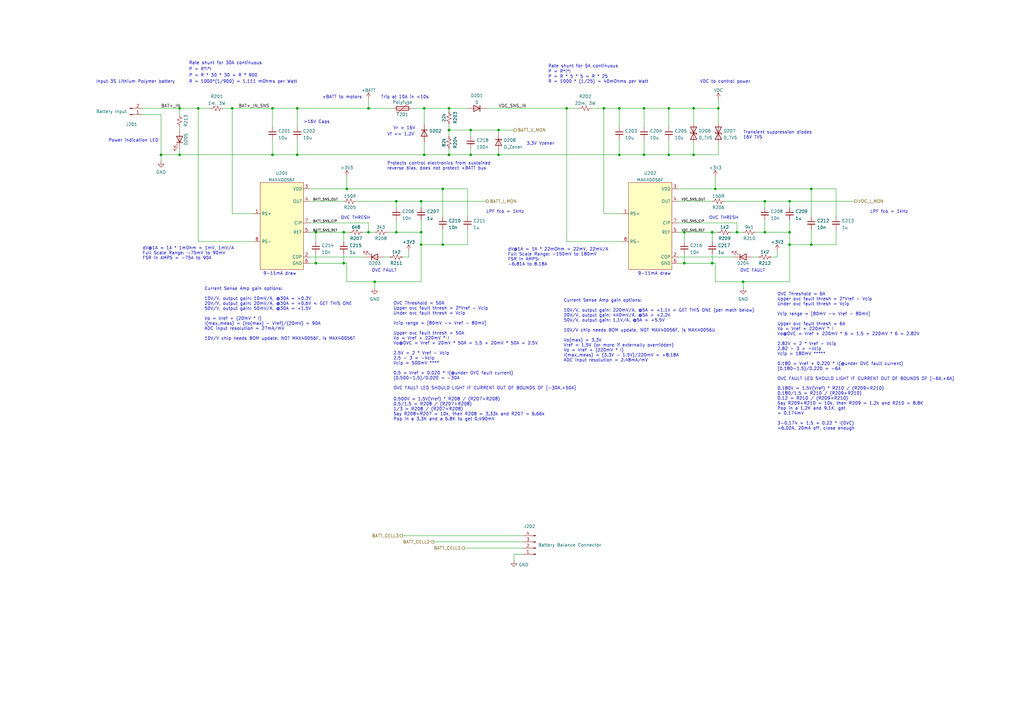
<source format=kicad_sch>
(kicad_sch (version 20211123) (generator eeschema)

  (uuid b246618d-5ac2-477d-b3bf-dabd36e940f5)

  (paper "A3")

  (title_block
    (title "Battery Input Connections")
    (date "2022-07-21")
    (rev "0a")
    (company "Periscope Robotics")
  )

  (lib_symbols
    (symbol "Connector:Conn_01x02_Male" (pin_names (offset 1.016) hide) (in_bom yes) (on_board yes)
      (property "Reference" "J" (id 0) (at 0 2.54 0)
        (effects (font (size 1.27 1.27)))
      )
      (property "Value" "Conn_01x02_Male" (id 1) (at 0 -5.08 0)
        (effects (font (size 1.27 1.27)))
      )
      (property "Footprint" "" (id 2) (at 0 0 0)
        (effects (font (size 1.27 1.27)) hide)
      )
      (property "Datasheet" "~" (id 3) (at 0 0 0)
        (effects (font (size 1.27 1.27)) hide)
      )
      (property "ki_keywords" "connector" (id 4) (at 0 0 0)
        (effects (font (size 1.27 1.27)) hide)
      )
      (property "ki_description" "Generic connector, single row, 01x02, script generated (kicad-library-utils/schlib/autogen/connector/)" (id 5) (at 0 0 0)
        (effects (font (size 1.27 1.27)) hide)
      )
      (property "ki_fp_filters" "Connector*:*_1x??_*" (id 6) (at 0 0 0)
        (effects (font (size 1.27 1.27)) hide)
      )
      (symbol "Conn_01x02_Male_1_1"
        (polyline
          (pts
            (xy 1.27 -2.54)
            (xy 0.8636 -2.54)
          )
          (stroke (width 0.1524) (type default) (color 0 0 0 0))
          (fill (type none))
        )
        (polyline
          (pts
            (xy 1.27 0)
            (xy 0.8636 0)
          )
          (stroke (width 0.1524) (type default) (color 0 0 0 0))
          (fill (type none))
        )
        (rectangle (start 0.8636 -2.413) (end 0 -2.667)
          (stroke (width 0.1524) (type default) (color 0 0 0 0))
          (fill (type outline))
        )
        (rectangle (start 0.8636 0.127) (end 0 -0.127)
          (stroke (width 0.1524) (type default) (color 0 0 0 0))
          (fill (type outline))
        )
        (pin passive line (at 5.08 0 180) (length 3.81)
          (name "Pin_1" (effects (font (size 1.27 1.27))))
          (number "1" (effects (font (size 1.27 1.27))))
        )
        (pin passive line (at 5.08 -2.54 180) (length 3.81)
          (name "Pin_2" (effects (font (size 1.27 1.27))))
          (number "2" (effects (font (size 1.27 1.27))))
        )
      )
    )
    (symbol "Connector:Conn_01x04_Male" (pin_names (offset 1.016) hide) (in_bom yes) (on_board yes)
      (property "Reference" "J" (id 0) (at 0 5.08 0)
        (effects (font (size 1.27 1.27)))
      )
      (property "Value" "Conn_01x04_Male" (id 1) (at 0 -7.62 0)
        (effects (font (size 1.27 1.27)))
      )
      (property "Footprint" "" (id 2) (at 0 0 0)
        (effects (font (size 1.27 1.27)) hide)
      )
      (property "Datasheet" "~" (id 3) (at 0 0 0)
        (effects (font (size 1.27 1.27)) hide)
      )
      (property "ki_keywords" "connector" (id 4) (at 0 0 0)
        (effects (font (size 1.27 1.27)) hide)
      )
      (property "ki_description" "Generic connector, single row, 01x04, script generated (kicad-library-utils/schlib/autogen/connector/)" (id 5) (at 0 0 0)
        (effects (font (size 1.27 1.27)) hide)
      )
      (property "ki_fp_filters" "Connector*:*_1x??_*" (id 6) (at 0 0 0)
        (effects (font (size 1.27 1.27)) hide)
      )
      (symbol "Conn_01x04_Male_1_1"
        (polyline
          (pts
            (xy 1.27 -5.08)
            (xy 0.8636 -5.08)
          )
          (stroke (width 0.1524) (type default) (color 0 0 0 0))
          (fill (type none))
        )
        (polyline
          (pts
            (xy 1.27 -2.54)
            (xy 0.8636 -2.54)
          )
          (stroke (width 0.1524) (type default) (color 0 0 0 0))
          (fill (type none))
        )
        (polyline
          (pts
            (xy 1.27 0)
            (xy 0.8636 0)
          )
          (stroke (width 0.1524) (type default) (color 0 0 0 0))
          (fill (type none))
        )
        (polyline
          (pts
            (xy 1.27 2.54)
            (xy 0.8636 2.54)
          )
          (stroke (width 0.1524) (type default) (color 0 0 0 0))
          (fill (type none))
        )
        (rectangle (start 0.8636 -4.953) (end 0 -5.207)
          (stroke (width 0.1524) (type default) (color 0 0 0 0))
          (fill (type outline))
        )
        (rectangle (start 0.8636 -2.413) (end 0 -2.667)
          (stroke (width 0.1524) (type default) (color 0 0 0 0))
          (fill (type outline))
        )
        (rectangle (start 0.8636 0.127) (end 0 -0.127)
          (stroke (width 0.1524) (type default) (color 0 0 0 0))
          (fill (type outline))
        )
        (rectangle (start 0.8636 2.667) (end 0 2.413)
          (stroke (width 0.1524) (type default) (color 0 0 0 0))
          (fill (type outline))
        )
        (pin passive line (at 5.08 2.54 180) (length 3.81)
          (name "Pin_1" (effects (font (size 1.27 1.27))))
          (number "1" (effects (font (size 1.27 1.27))))
        )
        (pin passive line (at 5.08 0 180) (length 3.81)
          (name "Pin_2" (effects (font (size 1.27 1.27))))
          (number "2" (effects (font (size 1.27 1.27))))
        )
        (pin passive line (at 5.08 -2.54 180) (length 3.81)
          (name "Pin_3" (effects (font (size 1.27 1.27))))
          (number "3" (effects (font (size 1.27 1.27))))
        )
        (pin passive line (at 5.08 -5.08 180) (length 3.81)
          (name "Pin_4" (effects (font (size 1.27 1.27))))
          (number "4" (effects (font (size 1.27 1.27))))
        )
      )
    )
    (symbol "Device:C_Small" (pin_numbers hide) (pin_names (offset 0.254) hide) (in_bom yes) (on_board yes)
      (property "Reference" "C" (id 0) (at 0.254 1.778 0)
        (effects (font (size 1.27 1.27)) (justify left))
      )
      (property "Value" "C_Small" (id 1) (at 0.254 -2.032 0)
        (effects (font (size 1.27 1.27)) (justify left))
      )
      (property "Footprint" "" (id 2) (at 0 0 0)
        (effects (font (size 1.27 1.27)) hide)
      )
      (property "Datasheet" "~" (id 3) (at 0 0 0)
        (effects (font (size 1.27 1.27)) hide)
      )
      (property "ki_keywords" "capacitor cap" (id 4) (at 0 0 0)
        (effects (font (size 1.27 1.27)) hide)
      )
      (property "ki_description" "Unpolarized capacitor, small symbol" (id 5) (at 0 0 0)
        (effects (font (size 1.27 1.27)) hide)
      )
      (property "ki_fp_filters" "C_*" (id 6) (at 0 0 0)
        (effects (font (size 1.27 1.27)) hide)
      )
      (symbol "C_Small_0_1"
        (polyline
          (pts
            (xy -1.524 -0.508)
            (xy 1.524 -0.508)
          )
          (stroke (width 0.3302) (type default) (color 0 0 0 0))
          (fill (type none))
        )
        (polyline
          (pts
            (xy -1.524 0.508)
            (xy 1.524 0.508)
          )
          (stroke (width 0.3048) (type default) (color 0 0 0 0))
          (fill (type none))
        )
      )
      (symbol "C_Small_1_1"
        (pin passive line (at 0 2.54 270) (length 2.032)
          (name "~" (effects (font (size 1.27 1.27))))
          (number "1" (effects (font (size 1.27 1.27))))
        )
        (pin passive line (at 0 -2.54 90) (length 2.032)
          (name "~" (effects (font (size 1.27 1.27))))
          (number "2" (effects (font (size 1.27 1.27))))
        )
      )
    )
    (symbol "Device:D" (pin_numbers hide) (pin_names (offset 1.016) hide) (in_bom yes) (on_board yes)
      (property "Reference" "D" (id 0) (at 0 2.54 0)
        (effects (font (size 1.27 1.27)))
      )
      (property "Value" "D" (id 1) (at 0 -2.54 0)
        (effects (font (size 1.27 1.27)))
      )
      (property "Footprint" "" (id 2) (at 0 0 0)
        (effects (font (size 1.27 1.27)) hide)
      )
      (property "Datasheet" "~" (id 3) (at 0 0 0)
        (effects (font (size 1.27 1.27)) hide)
      )
      (property "ki_keywords" "diode" (id 4) (at 0 0 0)
        (effects (font (size 1.27 1.27)) hide)
      )
      (property "ki_description" "Diode" (id 5) (at 0 0 0)
        (effects (font (size 1.27 1.27)) hide)
      )
      (property "ki_fp_filters" "TO-???* *_Diode_* *SingleDiode* D_*" (id 6) (at 0 0 0)
        (effects (font (size 1.27 1.27)) hide)
      )
      (symbol "D_0_1"
        (polyline
          (pts
            (xy -1.27 1.27)
            (xy -1.27 -1.27)
          )
          (stroke (width 0.254) (type default) (color 0 0 0 0))
          (fill (type none))
        )
        (polyline
          (pts
            (xy 1.27 0)
            (xy -1.27 0)
          )
          (stroke (width 0) (type default) (color 0 0 0 0))
          (fill (type none))
        )
        (polyline
          (pts
            (xy 1.27 1.27)
            (xy 1.27 -1.27)
            (xy -1.27 0)
            (xy 1.27 1.27)
          )
          (stroke (width 0.254) (type default) (color 0 0 0 0))
          (fill (type none))
        )
      )
      (symbol "D_1_1"
        (pin passive line (at -3.81 0 0) (length 2.54)
          (name "K" (effects (font (size 1.27 1.27))))
          (number "1" (effects (font (size 1.27 1.27))))
        )
        (pin passive line (at 3.81 0 180) (length 2.54)
          (name "A" (effects (font (size 1.27 1.27))))
          (number "2" (effects (font (size 1.27 1.27))))
        )
      )
    )
    (symbol "Device:D_TVS" (pin_numbers hide) (pin_names (offset 1.016) hide) (in_bom yes) (on_board yes)
      (property "Reference" "D" (id 0) (at 0 2.54 0)
        (effects (font (size 1.27 1.27)))
      )
      (property "Value" "D_TVS" (id 1) (at 0 -2.54 0)
        (effects (font (size 1.27 1.27)))
      )
      (property "Footprint" "" (id 2) (at 0 0 0)
        (effects (font (size 1.27 1.27)) hide)
      )
      (property "Datasheet" "~" (id 3) (at 0 0 0)
        (effects (font (size 1.27 1.27)) hide)
      )
      (property "ki_keywords" "diode TVS thyrector" (id 4) (at 0 0 0)
        (effects (font (size 1.27 1.27)) hide)
      )
      (property "ki_description" "Bidirectional transient-voltage-suppression diode" (id 5) (at 0 0 0)
        (effects (font (size 1.27 1.27)) hide)
      )
      (property "ki_fp_filters" "TO-???* *_Diode_* *SingleDiode* D_*" (id 6) (at 0 0 0)
        (effects (font (size 1.27 1.27)) hide)
      )
      (symbol "D_TVS_0_1"
        (polyline
          (pts
            (xy 1.27 0)
            (xy -1.27 0)
          )
          (stroke (width 0) (type default) (color 0 0 0 0))
          (fill (type none))
        )
        (polyline
          (pts
            (xy 0.508 1.27)
            (xy 0 1.27)
            (xy 0 -1.27)
            (xy -0.508 -1.27)
          )
          (stroke (width 0.254) (type default) (color 0 0 0 0))
          (fill (type none))
        )
        (polyline
          (pts
            (xy -2.54 1.27)
            (xy -2.54 -1.27)
            (xy 2.54 1.27)
            (xy 2.54 -1.27)
            (xy -2.54 1.27)
          )
          (stroke (width 0.254) (type default) (color 0 0 0 0))
          (fill (type none))
        )
      )
      (symbol "D_TVS_1_1"
        (pin passive line (at -3.81 0 0) (length 2.54)
          (name "A1" (effects (font (size 1.27 1.27))))
          (number "1" (effects (font (size 1.27 1.27))))
        )
        (pin passive line (at 3.81 0 180) (length 2.54)
          (name "A2" (effects (font (size 1.27 1.27))))
          (number "2" (effects (font (size 1.27 1.27))))
        )
      )
    )
    (symbol "Device:D_Zener" (pin_numbers hide) (pin_names (offset 1.016) hide) (in_bom yes) (on_board yes)
      (property "Reference" "D" (id 0) (at 0 2.54 0)
        (effects (font (size 1.27 1.27)))
      )
      (property "Value" "D_Zener" (id 1) (at 0 -2.54 0)
        (effects (font (size 1.27 1.27)))
      )
      (property "Footprint" "" (id 2) (at 0 0 0)
        (effects (font (size 1.27 1.27)) hide)
      )
      (property "Datasheet" "~" (id 3) (at 0 0 0)
        (effects (font (size 1.27 1.27)) hide)
      )
      (property "ki_keywords" "diode" (id 4) (at 0 0 0)
        (effects (font (size 1.27 1.27)) hide)
      )
      (property "ki_description" "Zener diode" (id 5) (at 0 0 0)
        (effects (font (size 1.27 1.27)) hide)
      )
      (property "ki_fp_filters" "TO-???* *_Diode_* *SingleDiode* D_*" (id 6) (at 0 0 0)
        (effects (font (size 1.27 1.27)) hide)
      )
      (symbol "D_Zener_0_1"
        (polyline
          (pts
            (xy 1.27 0)
            (xy -1.27 0)
          )
          (stroke (width 0) (type default) (color 0 0 0 0))
          (fill (type none))
        )
        (polyline
          (pts
            (xy -1.27 -1.27)
            (xy -1.27 1.27)
            (xy -0.762 1.27)
          )
          (stroke (width 0.254) (type default) (color 0 0 0 0))
          (fill (type none))
        )
        (polyline
          (pts
            (xy 1.27 -1.27)
            (xy 1.27 1.27)
            (xy -1.27 0)
            (xy 1.27 -1.27)
          )
          (stroke (width 0.254) (type default) (color 0 0 0 0))
          (fill (type none))
        )
      )
      (symbol "D_Zener_1_1"
        (pin passive line (at -3.81 0 0) (length 2.54)
          (name "K" (effects (font (size 1.27 1.27))))
          (number "1" (effects (font (size 1.27 1.27))))
        )
        (pin passive line (at 3.81 0 180) (length 2.54)
          (name "A" (effects (font (size 1.27 1.27))))
          (number "2" (effects (font (size 1.27 1.27))))
        )
      )
    )
    (symbol "Device:LED" (pin_numbers hide) (pin_names (offset 1.016) hide) (in_bom yes) (on_board yes)
      (property "Reference" "D" (id 0) (at 0 2.54 0)
        (effects (font (size 1.27 1.27)))
      )
      (property "Value" "LED" (id 1) (at 0 -2.54 0)
        (effects (font (size 1.27 1.27)))
      )
      (property "Footprint" "" (id 2) (at 0 0 0)
        (effects (font (size 1.27 1.27)) hide)
      )
      (property "Datasheet" "~" (id 3) (at 0 0 0)
        (effects (font (size 1.27 1.27)) hide)
      )
      (property "ki_keywords" "LED diode" (id 4) (at 0 0 0)
        (effects (font (size 1.27 1.27)) hide)
      )
      (property "ki_description" "Light emitting diode" (id 5) (at 0 0 0)
        (effects (font (size 1.27 1.27)) hide)
      )
      (property "ki_fp_filters" "LED* LED_SMD:* LED_THT:*" (id 6) (at 0 0 0)
        (effects (font (size 1.27 1.27)) hide)
      )
      (symbol "LED_0_1"
        (polyline
          (pts
            (xy -1.27 -1.27)
            (xy -1.27 1.27)
          )
          (stroke (width 0.254) (type default) (color 0 0 0 0))
          (fill (type none))
        )
        (polyline
          (pts
            (xy -1.27 0)
            (xy 1.27 0)
          )
          (stroke (width 0) (type default) (color 0 0 0 0))
          (fill (type none))
        )
        (polyline
          (pts
            (xy 1.27 -1.27)
            (xy 1.27 1.27)
            (xy -1.27 0)
            (xy 1.27 -1.27)
          )
          (stroke (width 0.254) (type default) (color 0 0 0 0))
          (fill (type none))
        )
        (polyline
          (pts
            (xy -3.048 -0.762)
            (xy -4.572 -2.286)
            (xy -3.81 -2.286)
            (xy -4.572 -2.286)
            (xy -4.572 -1.524)
          )
          (stroke (width 0) (type default) (color 0 0 0 0))
          (fill (type none))
        )
        (polyline
          (pts
            (xy -1.778 -0.762)
            (xy -3.302 -2.286)
            (xy -2.54 -2.286)
            (xy -3.302 -2.286)
            (xy -3.302 -1.524)
          )
          (stroke (width 0) (type default) (color 0 0 0 0))
          (fill (type none))
        )
      )
      (symbol "LED_1_1"
        (pin passive line (at -3.81 0 0) (length 2.54)
          (name "K" (effects (font (size 1.27 1.27))))
          (number "1" (effects (font (size 1.27 1.27))))
        )
        (pin passive line (at 3.81 0 180) (length 2.54)
          (name "A" (effects (font (size 1.27 1.27))))
          (number "2" (effects (font (size 1.27 1.27))))
        )
      )
    )
    (symbol "Device:Polyfuse" (pin_numbers hide) (pin_names (offset 0)) (in_bom yes) (on_board yes)
      (property "Reference" "F" (id 0) (at -2.54 0 90)
        (effects (font (size 1.27 1.27)))
      )
      (property "Value" "Polyfuse" (id 1) (at 2.54 0 90)
        (effects (font (size 1.27 1.27)))
      )
      (property "Footprint" "" (id 2) (at 1.27 -5.08 0)
        (effects (font (size 1.27 1.27)) (justify left) hide)
      )
      (property "Datasheet" "~" (id 3) (at 0 0 0)
        (effects (font (size 1.27 1.27)) hide)
      )
      (property "ki_keywords" "resettable fuse PTC PPTC polyfuse polyswitch" (id 4) (at 0 0 0)
        (effects (font (size 1.27 1.27)) hide)
      )
      (property "ki_description" "Resettable fuse, polymeric positive temperature coefficient" (id 5) (at 0 0 0)
        (effects (font (size 1.27 1.27)) hide)
      )
      (property "ki_fp_filters" "*polyfuse* *PTC*" (id 6) (at 0 0 0)
        (effects (font (size 1.27 1.27)) hide)
      )
      (symbol "Polyfuse_0_1"
        (rectangle (start -0.762 2.54) (end 0.762 -2.54)
          (stroke (width 0.254) (type default) (color 0 0 0 0))
          (fill (type none))
        )
        (polyline
          (pts
            (xy 0 2.54)
            (xy 0 -2.54)
          )
          (stroke (width 0) (type default) (color 0 0 0 0))
          (fill (type none))
        )
        (polyline
          (pts
            (xy -1.524 2.54)
            (xy -1.524 1.524)
            (xy 1.524 -1.524)
            (xy 1.524 -2.54)
          )
          (stroke (width 0) (type default) (color 0 0 0 0))
          (fill (type none))
        )
      )
      (symbol "Polyfuse_1_1"
        (pin passive line (at 0 3.81 270) (length 1.27)
          (name "~" (effects (font (size 1.27 1.27))))
          (number "1" (effects (font (size 1.27 1.27))))
        )
        (pin passive line (at 0 -3.81 90) (length 1.27)
          (name "~" (effects (font (size 1.27 1.27))))
          (number "2" (effects (font (size 1.27 1.27))))
        )
      )
    )
    (symbol "Device:R_Small_US" (pin_numbers hide) (pin_names (offset 0.254) hide) (in_bom yes) (on_board yes)
      (property "Reference" "R" (id 0) (at 0.762 0.508 0)
        (effects (font (size 1.27 1.27)) (justify left))
      )
      (property "Value" "R_Small_US" (id 1) (at 0.762 -1.016 0)
        (effects (font (size 1.27 1.27)) (justify left))
      )
      (property "Footprint" "" (id 2) (at 0 0 0)
        (effects (font (size 1.27 1.27)) hide)
      )
      (property "Datasheet" "~" (id 3) (at 0 0 0)
        (effects (font (size 1.27 1.27)) hide)
      )
      (property "ki_keywords" "r resistor" (id 4) (at 0 0 0)
        (effects (font (size 1.27 1.27)) hide)
      )
      (property "ki_description" "Resistor, small US symbol" (id 5) (at 0 0 0)
        (effects (font (size 1.27 1.27)) hide)
      )
      (property "ki_fp_filters" "R_*" (id 6) (at 0 0 0)
        (effects (font (size 1.27 1.27)) hide)
      )
      (symbol "R_Small_US_1_1"
        (polyline
          (pts
            (xy 0 0)
            (xy 1.016 -0.381)
            (xy 0 -0.762)
            (xy -1.016 -1.143)
            (xy 0 -1.524)
          )
          (stroke (width 0) (type default) (color 0 0 0 0))
          (fill (type none))
        )
        (polyline
          (pts
            (xy 0 1.524)
            (xy 1.016 1.143)
            (xy 0 0.762)
            (xy -1.016 0.381)
            (xy 0 0)
          )
          (stroke (width 0) (type default) (color 0 0 0 0))
          (fill (type none))
        )
        (pin passive line (at 0 2.54 270) (length 1.016)
          (name "~" (effects (font (size 1.27 1.27))))
          (number "1" (effects (font (size 1.27 1.27))))
        )
        (pin passive line (at 0 -2.54 90) (length 1.016)
          (name "~" (effects (font (size 1.27 1.27))))
          (number "2" (effects (font (size 1.27 1.27))))
        )
      )
    )
    (symbol "MAX40056F_1" (in_bom yes) (on_board yes)
      (property "Reference" "U" (id 0) (at -6.985 7.62 0)
        (effects (font (size 1.27 1.27)))
      )
      (property "Value" "MAX40056F_1" (id 1) (at -1.27 -26.67 0)
        (effects (font (size 1.27 1.27)))
      )
      (property "Footprint" "" (id 2) (at 0 0 0)
        (effects (font (size 1.27 1.27)) hide)
      )
      (property "Datasheet" "" (id 3) (at 0 0 0)
        (effects (font (size 1.27 1.27)) hide)
      )
      (symbol "MAX40056F_1_0_1"
        (rectangle (start -7.62 6.35) (end 10.16 -29.21)
          (stroke (width 0.1524) (type default) (color 0 0 0 0))
          (fill (type background))
        )
      )
      (symbol "MAX40056F_1_1_1"
        (pin input line (at -10.16 -6.35 0) (length 2.54)
          (name "RS+" (effects (font (size 1.27 1.27))))
          (number "1" (effects (font (size 1.27 1.27))))
        )
        (pin output line (at 12.7 -24.13 180) (length 2.54)
          (name "COP" (effects (font (size 1.27 1.27))))
          (number "2" (effects (font (size 1.27 1.27))))
        )
        (pin power_in line (at 12.7 3.81 180) (length 2.54)
          (name "VDD" (effects (font (size 1.27 1.27))))
          (number "3" (effects (font (size 1.27 1.27))))
        )
        (pin output line (at 12.7 -1.27 180) (length 2.54)
          (name "OUT" (effects (font (size 1.27 1.27))))
          (number "4" (effects (font (size 1.27 1.27))))
        )
        (pin output line (at 12.7 -13.97 180) (length 2.54)
          (name "REF" (effects (font (size 1.27 1.27))))
          (number "5" (effects (font (size 1.27 1.27))))
        )
        (pin power_out line (at 12.7 -26.67 180) (length 2.54)
          (name "GND" (effects (font (size 1.27 1.27))))
          (number "6" (effects (font (size 1.27 1.27))))
        )
        (pin power_in line (at 12.7 -10.16 180) (length 2.54)
          (name "CIP" (effects (font (size 1.27 1.27))))
          (number "7" (effects (font (size 1.27 1.27))))
        )
        (pin input line (at -10.16 -17.78 0) (length 2.54)
          (name "RS-" (effects (font (size 1.27 1.27))))
          (number "8" (effects (font (size 1.27 1.27))))
        )
      )
    )
    (symbol "QuadrotorLib:MAX40056F" (in_bom yes) (on_board yes)
      (property "Reference" "U" (id 0) (at -6.985 7.62 0)
        (effects (font (size 1.27 1.27)))
      )
      (property "Value" "MAX40056F" (id 1) (at -1.27 -26.67 0)
        (effects (font (size 1.27 1.27)))
      )
      (property "Footprint" "" (id 2) (at 0 0 0)
        (effects (font (size 1.27 1.27)) hide)
      )
      (property "Datasheet" "" (id 3) (at 0 0 0)
        (effects (font (size 1.27 1.27)) hide)
      )
      (symbol "MAX40056F_0_1"
        (rectangle (start -7.62 6.35) (end 10.16 -29.21)
          (stroke (width 0.1524) (type default) (color 0 0 0 0))
          (fill (type background))
        )
      )
      (symbol "MAX40056F_1_1"
        (pin input line (at -10.16 -6.35 0) (length 2.54)
          (name "RS+" (effects (font (size 1.27 1.27))))
          (number "1" (effects (font (size 1.27 1.27))))
        )
        (pin output line (at 12.7 -24.13 180) (length 2.54)
          (name "COP" (effects (font (size 1.27 1.27))))
          (number "2" (effects (font (size 1.27 1.27))))
        )
        (pin power_in line (at 12.7 3.81 180) (length 2.54)
          (name "VDD" (effects (font (size 1.27 1.27))))
          (number "3" (effects (font (size 1.27 1.27))))
        )
        (pin output line (at 12.7 -1.27 180) (length 2.54)
          (name "OUT" (effects (font (size 1.27 1.27))))
          (number "4" (effects (font (size 1.27 1.27))))
        )
        (pin output line (at 12.7 -13.97 180) (length 2.54)
          (name "REF" (effects (font (size 1.27 1.27))))
          (number "5" (effects (font (size 1.27 1.27))))
        )
        (pin power_out line (at 12.7 -26.67 180) (length 2.54)
          (name "GND" (effects (font (size 1.27 1.27))))
          (number "6" (effects (font (size 1.27 1.27))))
        )
        (pin power_in line (at 12.7 -10.16 180) (length 2.54)
          (name "CIP" (effects (font (size 1.27 1.27))))
          (number "7" (effects (font (size 1.27 1.27))))
        )
        (pin input line (at -10.16 -17.78 0) (length 2.54)
          (name "RS-" (effects (font (size 1.27 1.27))))
          (number "8" (effects (font (size 1.27 1.27))))
        )
      )
    )
    (symbol "power:+3.3V" (power) (pin_names (offset 0)) (in_bom yes) (on_board yes)
      (property "Reference" "#PWR" (id 0) (at 0 -3.81 0)
        (effects (font (size 1.27 1.27)) hide)
      )
      (property "Value" "+3.3V" (id 1) (at 0 3.556 0)
        (effects (font (size 1.27 1.27)))
      )
      (property "Footprint" "" (id 2) (at 0 0 0)
        (effects (font (size 1.27 1.27)) hide)
      )
      (property "Datasheet" "" (id 3) (at 0 0 0)
        (effects (font (size 1.27 1.27)) hide)
      )
      (property "ki_keywords" "power-flag" (id 4) (at 0 0 0)
        (effects (font (size 1.27 1.27)) hide)
      )
      (property "ki_description" "Power symbol creates a global label with name \"+3.3V\"" (id 5) (at 0 0 0)
        (effects (font (size 1.27 1.27)) hide)
      )
      (symbol "+3.3V_0_1"
        (polyline
          (pts
            (xy -0.762 1.27)
            (xy 0 2.54)
          )
          (stroke (width 0) (type default) (color 0 0 0 0))
          (fill (type none))
        )
        (polyline
          (pts
            (xy 0 0)
            (xy 0 2.54)
          )
          (stroke (width 0) (type default) (color 0 0 0 0))
          (fill (type none))
        )
        (polyline
          (pts
            (xy 0 2.54)
            (xy 0.762 1.27)
          )
          (stroke (width 0) (type default) (color 0 0 0 0))
          (fill (type none))
        )
      )
      (symbol "+3.3V_1_1"
        (pin power_in line (at 0 0 90) (length 0) hide
          (name "+3V3" (effects (font (size 1.27 1.27))))
          (number "1" (effects (font (size 1.27 1.27))))
        )
      )
    )
    (symbol "power:+BATT" (power) (pin_names (offset 0)) (in_bom yes) (on_board yes)
      (property "Reference" "#PWR" (id 0) (at 0 -3.81 0)
        (effects (font (size 1.27 1.27)) hide)
      )
      (property "Value" "+BATT" (id 1) (at 0 3.556 0)
        (effects (font (size 1.27 1.27)))
      )
      (property "Footprint" "" (id 2) (at 0 0 0)
        (effects (font (size 1.27 1.27)) hide)
      )
      (property "Datasheet" "" (id 3) (at 0 0 0)
        (effects (font (size 1.27 1.27)) hide)
      )
      (property "ki_keywords" "power-flag battery" (id 4) (at 0 0 0)
        (effects (font (size 1.27 1.27)) hide)
      )
      (property "ki_description" "Power symbol creates a global label with name \"+BATT\"" (id 5) (at 0 0 0)
        (effects (font (size 1.27 1.27)) hide)
      )
      (symbol "+BATT_0_1"
        (polyline
          (pts
            (xy -0.762 1.27)
            (xy 0 2.54)
          )
          (stroke (width 0) (type default) (color 0 0 0 0))
          (fill (type none))
        )
        (polyline
          (pts
            (xy 0 0)
            (xy 0 2.54)
          )
          (stroke (width 0) (type default) (color 0 0 0 0))
          (fill (type none))
        )
        (polyline
          (pts
            (xy 0 2.54)
            (xy 0.762 1.27)
          )
          (stroke (width 0) (type default) (color 0 0 0 0))
          (fill (type none))
        )
      )
      (symbol "+BATT_1_1"
        (pin power_in line (at 0 0 90) (length 0) hide
          (name "+BATT" (effects (font (size 1.27 1.27))))
          (number "1" (effects (font (size 1.27 1.27))))
        )
      )
    )
    (symbol "power:GND" (power) (pin_names (offset 0)) (in_bom yes) (on_board yes)
      (property "Reference" "#PWR" (id 0) (at 0 -6.35 0)
        (effects (font (size 1.27 1.27)) hide)
      )
      (property "Value" "GND" (id 1) (at 0 -3.81 0)
        (effects (font (size 1.27 1.27)))
      )
      (property "Footprint" "" (id 2) (at 0 0 0)
        (effects (font (size 1.27 1.27)) hide)
      )
      (property "Datasheet" "" (id 3) (at 0 0 0)
        (effects (font (size 1.27 1.27)) hide)
      )
      (property "ki_keywords" "power-flag" (id 4) (at 0 0 0)
        (effects (font (size 1.27 1.27)) hide)
      )
      (property "ki_description" "Power symbol creates a global label with name \"GND\" , ground" (id 5) (at 0 0 0)
        (effects (font (size 1.27 1.27)) hide)
      )
      (symbol "GND_0_1"
        (polyline
          (pts
            (xy 0 0)
            (xy 0 -1.27)
            (xy 1.27 -1.27)
            (xy 0 -2.54)
            (xy -1.27 -1.27)
            (xy 0 -1.27)
          )
          (stroke (width 0) (type default) (color 0 0 0 0))
          (fill (type none))
        )
      )
      (symbol "GND_1_1"
        (pin power_in line (at 0 0 270) (length 0) hide
          (name "GND" (effects (font (size 1.27 1.27))))
          (number "1" (effects (font (size 1.27 1.27))))
        )
      )
    )
    (symbol "power:VDC" (power) (pin_names (offset 0)) (in_bom yes) (on_board yes)
      (property "Reference" "#PWR" (id 0) (at 0 -2.54 0)
        (effects (font (size 1.27 1.27)) hide)
      )
      (property "Value" "VDC" (id 1) (at 0 6.35 0)
        (effects (font (size 1.27 1.27)))
      )
      (property "Footprint" "" (id 2) (at 0 0 0)
        (effects (font (size 1.27 1.27)) hide)
      )
      (property "Datasheet" "" (id 3) (at 0 0 0)
        (effects (font (size 1.27 1.27)) hide)
      )
      (property "ki_keywords" "power-flag" (id 4) (at 0 0 0)
        (effects (font (size 1.27 1.27)) hide)
      )
      (property "ki_description" "Power symbol creates a global label with name \"VDC\"" (id 5) (at 0 0 0)
        (effects (font (size 1.27 1.27)) hide)
      )
      (symbol "VDC_0_1"
        (polyline
          (pts
            (xy -0.762 1.27)
            (xy 0 2.54)
          )
          (stroke (width 0) (type default) (color 0 0 0 0))
          (fill (type none))
        )
        (polyline
          (pts
            (xy 0 0)
            (xy 0 2.54)
          )
          (stroke (width 0) (type default) (color 0 0 0 0))
          (fill (type none))
        )
        (polyline
          (pts
            (xy 0 2.54)
            (xy 0.762 1.27)
          )
          (stroke (width 0) (type default) (color 0 0 0 0))
          (fill (type none))
        )
      )
      (symbol "VDC_1_1"
        (pin power_in line (at 0 0 90) (length 0) hide
          (name "VDC" (effects (font (size 1.27 1.27))))
          (number "1" (effects (font (size 1.27 1.27))))
        )
      )
    )
  )

  (junction (at 254 44.45) (diameter 0) (color 0 0 0 0)
    (uuid 0091904d-4c28-4087-b243-aa44d7e1670e)
  )
  (junction (at 292.1 95.25) (diameter 0) (color 0 0 0 0)
    (uuid 0ceec288-cd8c-4a08-b8a7-26b53de1c3be)
  )
  (junction (at 204.47 53.34) (diameter 0) (color 0 0 0 0)
    (uuid 12161959-7dc3-436e-be0c-07f2653385a4)
  )
  (junction (at 323.85 95.25) (diameter 0) (color 0 0 0 0)
    (uuid 15e3571a-8599-411e-9276-d7b21e301511)
  )
  (junction (at 254 63.5) (diameter 0) (color 0 0 0 0)
    (uuid 17cb77e7-5f8b-4e35-85a9-2cd9d3af74e3)
  )
  (junction (at 173.99 44.45) (diameter 0) (color 0 0 0 0)
    (uuid 185f547d-9b8e-4a09-a07e-f0a898712878)
  )
  (junction (at 172.72 100.33) (diameter 0) (color 0 0 0 0)
    (uuid 1b1c412e-b31b-4d8c-8b26-e7776cbc67ef)
  )
  (junction (at 153.67 115.57) (diameter 0) (color 0 0 0 0)
    (uuid 1c34ebd7-c4ed-4ea4-89a0-5c8ce8f75dfc)
  )
  (junction (at 111.76 63.5) (diameter 0) (color 0 0 0 0)
    (uuid 1f07f9db-4493-47d8-8809-570fe9d3d8fb)
  )
  (junction (at 332.74 77.47) (diameter 0) (color 0 0 0 0)
    (uuid 1fb6f1b2-df59-4005-ad1b-46b106cef6e5)
  )
  (junction (at 73.66 44.45) (diameter 0) (color 0 0 0 0)
    (uuid 24ae8f63-5f92-4074-a194-be7712590899)
  )
  (junction (at 247.65 44.45) (diameter 0) (color 0 0 0 0)
    (uuid 25bbc599-b50e-4220-b9c5-5410441ef021)
  )
  (junction (at 129.54 107.95) (diameter 0) (color 0 0 0 0)
    (uuid 28196e8c-a726-441b-a483-ce0065edfc36)
  )
  (junction (at 129.54 95.25) (diameter 0) (color 0 0 0 0)
    (uuid 30ec0a1f-c3bf-4375-9b22-8e19342a49f8)
  )
  (junction (at 274.32 44.45) (diameter 0) (color 0 0 0 0)
    (uuid 31433826-cf83-450a-9ea7-5ad5c8b69359)
  )
  (junction (at 204.47 63.5) (diameter 0) (color 0 0 0 0)
    (uuid 38df9657-ad64-4794-ad99-c608afa343d4)
  )
  (junction (at 292.1 107.95) (diameter 0) (color 0 0 0 0)
    (uuid 4166e2fa-c3cb-420b-94c5-ddc85dd7751f)
  )
  (junction (at 280.67 95.25) (diameter 0) (color 0 0 0 0)
    (uuid 46092dcf-dff4-4fac-b4f1-a1ee40edab5f)
  )
  (junction (at 304.8 115.57) (diameter 0) (color 0 0 0 0)
    (uuid 485b083e-8187-46ba-b2f9-ddf718c4ab66)
  )
  (junction (at 284.48 63.5) (diameter 0) (color 0 0 0 0)
    (uuid 52a86386-dfe6-49d0-9b6b-55ddb9bb994f)
  )
  (junction (at 184.15 44.45) (diameter 0) (color 0 0 0 0)
    (uuid 57aebdb5-4dfc-49e1-859e-7bf369ac6954)
  )
  (junction (at 95.25 44.45) (diameter 0) (color 0 0 0 0)
    (uuid 5d34a59b-8563-49eb-a789-61b260146f2b)
  )
  (junction (at 232.41 44.45) (diameter 0) (color 0 0 0 0)
    (uuid 5f42f1cf-1037-468d-bd1c-69437a7f0ce1)
  )
  (junction (at 323.85 100.33) (diameter 0) (color 0 0 0 0)
    (uuid 63767e7f-b696-4b5c-9ce7-865506ef6022)
  )
  (junction (at 323.85 82.55) (diameter 0) (color 0 0 0 0)
    (uuid 6ac1c7f4-2dc2-4fa3-b2dc-7e07163077c1)
  )
  (junction (at 264.16 63.5) (diameter 0) (color 0 0 0 0)
    (uuid 6c6c2ab8-b1f1-4ed9-b3a0-506d2b17dd3b)
  )
  (junction (at 293.37 77.47) (diameter 0) (color 0 0 0 0)
    (uuid 6d945e6f-3a56-46a2-8553-2ceb18697f2a)
  )
  (junction (at 332.74 100.33) (diameter 0) (color 0 0 0 0)
    (uuid 75550ca5-ab8f-4a9c-b850-fd315ac0fc3c)
  )
  (junction (at 121.92 44.45) (diameter 0) (color 0 0 0 0)
    (uuid 7c86cc6d-173f-4fda-b876-ef4edde9ebea)
  )
  (junction (at 142.24 77.47) (diameter 0) (color 0 0 0 0)
    (uuid 7e6d0d05-3b2b-4784-b430-93c8bdaeafea)
  )
  (junction (at 151.13 95.25) (diameter 0) (color 0 0 0 0)
    (uuid 8584c30e-92cc-4569-9814-66306b409d9f)
  )
  (junction (at 111.76 44.45) (diameter 0) (color 0 0 0 0)
    (uuid 8a20fcfd-22ea-498c-af81-f16c0acf743a)
  )
  (junction (at 151.13 44.45) (diameter 0) (color 0 0 0 0)
    (uuid 9124acdf-e925-4164-b156-6460c68e1d46)
  )
  (junction (at 284.48 44.45) (diameter 0) (color 0 0 0 0)
    (uuid 9183071f-eadd-45f1-8a33-f1b449072031)
  )
  (junction (at 121.92 63.5) (diameter 0) (color 0 0 0 0)
    (uuid 91b7e727-58c3-49cd-a3c7-d005f8ef4f38)
  )
  (junction (at 140.97 107.95) (diameter 0) (color 0 0 0 0)
    (uuid 94a18b50-a9dd-4af6-badb-e34945c283a0)
  )
  (junction (at 181.61 77.47) (diameter 0) (color 0 0 0 0)
    (uuid 97498314-0960-401e-a1c4-21e73f6232c4)
  )
  (junction (at 140.97 95.25) (diameter 0) (color 0 0 0 0)
    (uuid 9dafd40f-ecf0-44d8-a57a-65fe7d0f8529)
  )
  (junction (at 193.04 53.34) (diameter 0) (color 0 0 0 0)
    (uuid 9eda6a63-83fd-4868-8743-ec9e0f25c687)
  )
  (junction (at 172.72 82.55) (diameter 0) (color 0 0 0 0)
    (uuid a12cb7e2-544d-417c-9825-e59657c21a54)
  )
  (junction (at 264.16 44.45) (diameter 0) (color 0 0 0 0)
    (uuid a183acf2-5967-4310-a430-229776e146fd)
  )
  (junction (at 302.26 95.25) (diameter 0) (color 0 0 0 0)
    (uuid a21fe4c8-21d2-4d1c-96a4-74a5f5d47679)
  )
  (junction (at 184.15 63.5) (diameter 0) (color 0 0 0 0)
    (uuid a2cf185f-4b83-488e-bbf6-59c95c224fd1)
  )
  (junction (at 294.64 44.45) (diameter 0) (color 0 0 0 0)
    (uuid a685f755-c7f5-44e4-8ed3-ceee47e403d0)
  )
  (junction (at 313.69 82.55) (diameter 0) (color 0 0 0 0)
    (uuid a841fb28-0d47-41c2-8f7a-347753564082)
  )
  (junction (at 184.15 53.34) (diameter 0) (color 0 0 0 0)
    (uuid b4bc5acd-9584-4ea6-a62b-b3f94d302ce8)
  )
  (junction (at 274.32 63.5) (diameter 0) (color 0 0 0 0)
    (uuid b7c602a2-b882-458a-8058-b6980ea87e00)
  )
  (junction (at 162.56 82.55) (diameter 0) (color 0 0 0 0)
    (uuid b9326156-c296-44bb-bb2a-21b7225cdcf0)
  )
  (junction (at 313.69 95.25) (diameter 0) (color 0 0 0 0)
    (uuid ccb64f83-0a3a-4ef4-b312-d8bbb16accb5)
  )
  (junction (at 181.61 100.33) (diameter 0) (color 0 0 0 0)
    (uuid ce2de34d-4f5f-44ae-b799-d62817af1824)
  )
  (junction (at 193.04 63.5) (diameter 0) (color 0 0 0 0)
    (uuid d4af771d-d5a4-4b11-9ca9-d8fa4cc08576)
  )
  (junction (at 280.67 107.95) (diameter 0) (color 0 0 0 0)
    (uuid d684e11e-0b79-4742-923d-33e8d16f0622)
  )
  (junction (at 162.56 95.25) (diameter 0) (color 0 0 0 0)
    (uuid d9703ce4-7a25-4e84-93fa-6eef1b5de232)
  )
  (junction (at 173.99 63.5) (diameter 0) (color 0 0 0 0)
    (uuid e4e29bc3-b0af-4326-9e75-6ade9b9d7102)
  )
  (junction (at 66.04 63.5) (diameter 0) (color 0 0 0 0)
    (uuid e8e7eed3-bfe9-497d-abf2-39c124f90184)
  )
  (junction (at 73.66 63.5) (diameter 0) (color 0 0 0 0)
    (uuid fdf0ea71-50d5-474e-b79f-5cc60a1ce89e)
  )
  (junction (at 172.72 95.25) (diameter 0) (color 0 0 0 0)
    (uuid febdcdfd-f62a-4985-b9e2-7c43e57fdf48)
  )
  (junction (at 81.28 44.45) (diameter 0) (color 0 0 0 0)
    (uuid ffdb43cf-6ebc-4bdc-bb27-cd4002ffe330)
  )

  (wire (pts (xy 242.57 44.45) (xy 247.65 44.45))
    (stroke (width 0) (type default) (color 0 0 0 0))
    (uuid 006aa0b4-1242-4d71-8947-a2c91e7574c4)
  )
  (wire (pts (xy 173.99 44.45) (xy 173.99 50.8))
    (stroke (width 0) (type default) (color 0 0 0 0))
    (uuid 015784bc-8cde-4bec-88ea-cb6c73d89de0)
  )
  (wire (pts (xy 168.91 44.45) (xy 173.99 44.45))
    (stroke (width 0) (type default) (color 0 0 0 0))
    (uuid 0193d742-0f7b-469d-a817-9ccd5d1fbca5)
  )
  (wire (pts (xy 280.67 95.25) (xy 292.1 95.25))
    (stroke (width 0) (type default) (color 0 0 0 0))
    (uuid 071399a1-af35-498c-9188-e16b45f1550c)
  )
  (wire (pts (xy 199.39 44.45) (xy 232.41 44.45))
    (stroke (width 0) (type default) (color 0 0 0 0))
    (uuid 0b13df4b-c7e4-4009-ac1b-9c5a5d4d67cb)
  )
  (wire (pts (xy 302.26 91.44) (xy 302.26 95.25))
    (stroke (width 0) (type default) (color 0 0 0 0))
    (uuid 0b1835b9-08bb-4451-8f4a-7029cc9cd209)
  )
  (wire (pts (xy 184.15 44.45) (xy 191.77 44.45))
    (stroke (width 0) (type default) (color 0 0 0 0))
    (uuid 0e5e24d7-3dc5-4e1e-8769-7c7ae1c9e8a6)
  )
  (wire (pts (xy 274.32 44.45) (xy 274.32 52.07))
    (stroke (width 0) (type default) (color 0 0 0 0))
    (uuid 0eba8ab0-64ac-4d1f-99a9-897774297bf4)
  )
  (wire (pts (xy 142.24 72.39) (xy 142.24 77.47))
    (stroke (width 0) (type default) (color 0 0 0 0))
    (uuid 0f0f8f44-6afd-4ecd-96e0-bde75dae6e75)
  )
  (wire (pts (xy 142.24 107.95) (xy 142.24 115.57))
    (stroke (width 0) (type default) (color 0 0 0 0))
    (uuid 0f9b640f-b1b8-44ad-98c9-9f7df74897ca)
  )
  (wire (pts (xy 332.74 88.9) (xy 332.74 77.47))
    (stroke (width 0) (type default) (color 0 0 0 0))
    (uuid 10eab6ba-8a14-419e-8c47-11a05f8a904c)
  )
  (wire (pts (xy 73.66 44.45) (xy 81.28 44.45))
    (stroke (width 0) (type default) (color 0 0 0 0))
    (uuid 11cf16ed-fef3-4f4f-b1b1-7b753064a8bd)
  )
  (wire (pts (xy 210.82 227.33) (xy 210.82 229.87))
    (stroke (width 0) (type default) (color 0 0 0 0))
    (uuid 125e0782-30f2-4376-83e6-9a77294443fb)
  )
  (wire (pts (xy 323.85 82.55) (xy 323.85 85.09))
    (stroke (width 0) (type default) (color 0 0 0 0))
    (uuid 130c43c8-5287-42fa-a03c-d72b1fbfc5fc)
  )
  (wire (pts (xy 95.25 87.63) (xy 104.14 87.63))
    (stroke (width 0) (type default) (color 0 0 0 0))
    (uuid 132b2b83-04aa-42c7-adde-4b0a64bbc39c)
  )
  (wire (pts (xy 173.99 63.5) (xy 184.15 63.5))
    (stroke (width 0) (type default) (color 0 0 0 0))
    (uuid 138fcf60-70d7-4b6b-8412-6da9258a6003)
  )
  (wire (pts (xy 278.13 107.95) (xy 280.67 107.95))
    (stroke (width 0) (type default) (color 0 0 0 0))
    (uuid 155bfb40-e570-487d-9199-0a7a78a4add3)
  )
  (wire (pts (xy 191.77 88.9) (xy 191.77 77.47))
    (stroke (width 0) (type default) (color 0 0 0 0))
    (uuid 15e8c508-e3d5-4773-b532-61133c57b2ea)
  )
  (wire (pts (xy 332.74 100.33) (xy 342.9 100.33))
    (stroke (width 0) (type default) (color 0 0 0 0))
    (uuid 16205e71-09ba-4494-809b-c9a03680af59)
  )
  (wire (pts (xy 111.76 44.45) (xy 121.92 44.45))
    (stroke (width 0) (type default) (color 0 0 0 0))
    (uuid 1932f8eb-87d1-4ac4-9b01-2e6477e81cc3)
  )
  (wire (pts (xy 129.54 95.25) (xy 129.54 99.06))
    (stroke (width 0) (type default) (color 0 0 0 0))
    (uuid 1b584737-e17d-470f-9039-87d881a67233)
  )
  (wire (pts (xy 313.69 82.55) (xy 323.85 82.55))
    (stroke (width 0) (type default) (color 0 0 0 0))
    (uuid 1dcf1519-e8c0-479c-9659-3dda8d3967f2)
  )
  (wire (pts (xy 151.13 44.45) (xy 161.29 44.45))
    (stroke (width 0) (type default) (color 0 0 0 0))
    (uuid 1f3f8b3f-8f9a-431e-88d9-ca5c1497ee88)
  )
  (wire (pts (xy 293.37 107.95) (xy 293.37 115.57))
    (stroke (width 0) (type default) (color 0 0 0 0))
    (uuid 1f64f9ed-3046-4bf5-9688-1d9073000a7e)
  )
  (wire (pts (xy 165.1 105.41) (xy 167.64 105.41))
    (stroke (width 0) (type default) (color 0 0 0 0))
    (uuid 1f8f9331-99d9-473d-be7d-a1282881f4b1)
  )
  (wire (pts (xy 66.04 63.5) (xy 73.66 63.5))
    (stroke (width 0) (type default) (color 0 0 0 0))
    (uuid 1fdf55e2-bde1-47ac-aa00-362d935b6a35)
  )
  (wire (pts (xy 140.97 95.25) (xy 143.51 95.25))
    (stroke (width 0) (type default) (color 0 0 0 0))
    (uuid 204a7945-e6b1-4186-85ff-d185d21d864c)
  )
  (wire (pts (xy 162.56 82.55) (xy 172.72 82.55))
    (stroke (width 0) (type default) (color 0 0 0 0))
    (uuid 20896ba5-b915-4ddc-81e4-42e4b1de3924)
  )
  (wire (pts (xy 73.66 60.96) (xy 73.66 63.5))
    (stroke (width 0) (type default) (color 0 0 0 0))
    (uuid 21a9bf41-6a40-45b3-893c-533f64a074a3)
  )
  (wire (pts (xy 172.72 82.55) (xy 199.39 82.55))
    (stroke (width 0) (type default) (color 0 0 0 0))
    (uuid 221740af-4017-42ba-a3e2-20b710b479f7)
  )
  (wire (pts (xy 181.61 88.9) (xy 181.61 77.47))
    (stroke (width 0) (type default) (color 0 0 0 0))
    (uuid 24374564-bfee-4308-8179-6ede73c630a0)
  )
  (wire (pts (xy 167.64 102.87) (xy 167.64 105.41))
    (stroke (width 0) (type default) (color 0 0 0 0))
    (uuid 2454e0bd-c70c-4801-9edb-dae374661610)
  )
  (wire (pts (xy 148.59 95.25) (xy 151.13 95.25))
    (stroke (width 0) (type default) (color 0 0 0 0))
    (uuid 25a71bd7-b176-43ac-bbdc-b51ff56a13d7)
  )
  (wire (pts (xy 172.72 82.55) (xy 172.72 85.09))
    (stroke (width 0) (type default) (color 0 0 0 0))
    (uuid 25bde4cb-9c80-46b7-a295-c82f60697016)
  )
  (wire (pts (xy 304.8 115.57) (xy 323.85 115.57))
    (stroke (width 0) (type default) (color 0 0 0 0))
    (uuid 26a84288-b75e-4e68-9b59-95080e1fb892)
  )
  (wire (pts (xy 129.54 104.14) (xy 129.54 107.95))
    (stroke (width 0) (type default) (color 0 0 0 0))
    (uuid 297826e4-2732-41cc-827d-236cb8ea5392)
  )
  (wire (pts (xy 214.63 222.25) (xy 177.8 222.25))
    (stroke (width 0) (type default) (color 0 0 0 0))
    (uuid 2cb561cf-dcb1-4598-914d-ff6761be9ba0)
  )
  (wire (pts (xy 151.13 40.64) (xy 151.13 44.45))
    (stroke (width 0) (type default) (color 0 0 0 0))
    (uuid 2df01764-fcba-4188-ba20-ce41cd15be8a)
  )
  (wire (pts (xy 129.54 95.25) (xy 140.97 95.25))
    (stroke (width 0) (type default) (color 0 0 0 0))
    (uuid 308add51-7db9-44be-bfd9-6c1770e96474)
  )
  (wire (pts (xy 181.61 100.33) (xy 191.77 100.33))
    (stroke (width 0) (type default) (color 0 0 0 0))
    (uuid 31d551a9-0e3f-42a5-9800-b333c8361f5d)
  )
  (wire (pts (xy 323.85 90.17) (xy 323.85 95.25))
    (stroke (width 0) (type default) (color 0 0 0 0))
    (uuid 31e19c5c-da00-4507-82a0-fa75cef29b46)
  )
  (wire (pts (xy 193.04 53.34) (xy 193.04 55.88))
    (stroke (width 0) (type default) (color 0 0 0 0))
    (uuid 36b64103-3423-4312-af57-cb8096960d31)
  )
  (wire (pts (xy 278.13 77.47) (xy 293.37 77.47))
    (stroke (width 0) (type default) (color 0 0 0 0))
    (uuid 378978ac-6390-4d00-8073-4714d3be380c)
  )
  (wire (pts (xy 293.37 115.57) (xy 304.8 115.57))
    (stroke (width 0) (type default) (color 0 0 0 0))
    (uuid 37c2e515-19f4-49bf-a079-13670c42e845)
  )
  (wire (pts (xy 73.66 44.45) (xy 73.66 46.99))
    (stroke (width 0) (type default) (color 0 0 0 0))
    (uuid 37e92a1b-04a7-4a82-80c9-aa79ee8f7db5)
  )
  (wire (pts (xy 316.23 105.41) (xy 318.77 105.41))
    (stroke (width 0) (type default) (color 0 0 0 0))
    (uuid 384c6b56-2c4a-481c-9889-1ca56106c754)
  )
  (wire (pts (xy 313.69 82.55) (xy 313.69 85.09))
    (stroke (width 0) (type default) (color 0 0 0 0))
    (uuid 39a940cd-3a03-440d-953d-7567ed7cf3cf)
  )
  (wire (pts (xy 284.48 44.45) (xy 284.48 50.8))
    (stroke (width 0) (type default) (color 0 0 0 0))
    (uuid 3baa8567-d072-4995-ad48-352658e515aa)
  )
  (wire (pts (xy 293.37 107.95) (xy 292.1 107.95))
    (stroke (width 0) (type default) (color 0 0 0 0))
    (uuid 3e78eb1b-323b-44c9-b993-231a78a4e0fa)
  )
  (wire (pts (xy 264.16 57.15) (xy 264.16 63.5))
    (stroke (width 0) (type default) (color 0 0 0 0))
    (uuid 3f57a6ad-2777-47b6-ba25-df5690283c40)
  )
  (wire (pts (xy 95.25 44.45) (xy 95.25 87.63))
    (stroke (width 0) (type default) (color 0 0 0 0))
    (uuid 406b1d99-54fd-4998-a6a5-19f59d6282b9)
  )
  (wire (pts (xy 318.77 102.87) (xy 318.77 105.41))
    (stroke (width 0) (type default) (color 0 0 0 0))
    (uuid 459fa01c-a870-4bbf-9c26-60a9e7131bd3)
  )
  (wire (pts (xy 184.15 60.96) (xy 184.15 63.5))
    (stroke (width 0) (type default) (color 0 0 0 0))
    (uuid 45be3367-547b-4844-9a0c-4ba08f664d1b)
  )
  (wire (pts (xy 129.54 107.95) (xy 140.97 107.95))
    (stroke (width 0) (type default) (color 0 0 0 0))
    (uuid 4874f4b2-2e84-4933-8a0e-b00ece3db018)
  )
  (wire (pts (xy 184.15 63.5) (xy 193.04 63.5))
    (stroke (width 0) (type default) (color 0 0 0 0))
    (uuid 48b27370-8f02-487c-a59a-d918d615d265)
  )
  (wire (pts (xy 294.64 40.64) (xy 294.64 44.45))
    (stroke (width 0) (type default) (color 0 0 0 0))
    (uuid 498b3a99-5c2e-415f-b6c8-270e23629bef)
  )
  (wire (pts (xy 292.1 104.14) (xy 292.1 107.95))
    (stroke (width 0) (type default) (color 0 0 0 0))
    (uuid 4c9e4f95-ed6f-4cf2-9f0a-21664a055420)
  )
  (wire (pts (xy 127 107.95) (xy 129.54 107.95))
    (stroke (width 0) (type default) (color 0 0 0 0))
    (uuid 4cca85fd-78e4-4adb-be45-9a6ad1a663e9)
  )
  (wire (pts (xy 146.05 82.55) (xy 162.56 82.55))
    (stroke (width 0) (type default) (color 0 0 0 0))
    (uuid 519e8209-c7f3-4d85-bffb-b02de1f6f46d)
  )
  (wire (pts (xy 191.77 93.98) (xy 191.77 100.33))
    (stroke (width 0) (type default) (color 0 0 0 0))
    (uuid 52365079-cb69-4c9b-87a1-99e62acfd8e5)
  )
  (wire (pts (xy 162.56 82.55) (xy 162.56 85.09))
    (stroke (width 0) (type default) (color 0 0 0 0))
    (uuid 52eb1a99-218e-4ad5-951f-b1c92134f919)
  )
  (wire (pts (xy 294.64 44.45) (xy 284.48 44.45))
    (stroke (width 0) (type default) (color 0 0 0 0))
    (uuid 55301fc7-533e-404f-8932-3ade63ac7d55)
  )
  (wire (pts (xy 278.13 95.25) (xy 280.67 95.25))
    (stroke (width 0) (type default) (color 0 0 0 0))
    (uuid 559581ff-39d4-4cc0-aaf2-fbfd4a270994)
  )
  (wire (pts (xy 304.8 115.57) (xy 304.8 118.11))
    (stroke (width 0) (type default) (color 0 0 0 0))
    (uuid 57e77fbd-a7ba-448c-8189-33876a8a62df)
  )
  (wire (pts (xy 162.56 90.17) (xy 162.56 95.25))
    (stroke (width 0) (type default) (color 0 0 0 0))
    (uuid 58005e80-b034-4da2-8de0-1a3ed571520d)
  )
  (wire (pts (xy 181.61 77.47) (xy 191.77 77.47))
    (stroke (width 0) (type default) (color 0 0 0 0))
    (uuid 59fba0b1-0b83-4205-9817-0fa4d8d543f6)
  )
  (wire (pts (xy 309.88 95.25) (xy 313.69 95.25))
    (stroke (width 0) (type default) (color 0 0 0 0))
    (uuid 5b50c7e6-5552-4a4a-8439-75b560a3fcc9)
  )
  (wire (pts (xy 157.48 105.41) (xy 160.02 105.41))
    (stroke (width 0) (type default) (color 0 0 0 0))
    (uuid 5b6cd9f4-aafb-4659-9f19-f799ed4a8c3a)
  )
  (wire (pts (xy 58.42 46.99) (xy 66.04 46.99))
    (stroke (width 0) (type default) (color 0 0 0 0))
    (uuid 5c26d80c-a27b-40dd-8f64-0309c60fdc60)
  )
  (wire (pts (xy 214.63 227.33) (xy 210.82 227.33))
    (stroke (width 0) (type default) (color 0 0 0 0))
    (uuid 5c30f977-e942-4060-8e1e-ad40879b8939)
  )
  (wire (pts (xy 204.47 62.23) (xy 204.47 63.5))
    (stroke (width 0) (type default) (color 0 0 0 0))
    (uuid 5e5723db-676e-4c63-8170-bd60fcf25eba)
  )
  (wire (pts (xy 294.64 50.8) (xy 294.64 44.45))
    (stroke (width 0) (type default) (color 0 0 0 0))
    (uuid 5f3bc096-ae85-4200-82d2-2d7d97397655)
  )
  (wire (pts (xy 172.72 100.33) (xy 172.72 115.57))
    (stroke (width 0) (type default) (color 0 0 0 0))
    (uuid 61f5e8eb-2e22-4ecd-9c2c-63979bd40597)
  )
  (wire (pts (xy 181.61 100.33) (xy 172.72 100.33))
    (stroke (width 0) (type default) (color 0 0 0 0))
    (uuid 62b5dbb5-6992-4813-bd92-96baca728e52)
  )
  (wire (pts (xy 332.74 100.33) (xy 323.85 100.33))
    (stroke (width 0) (type default) (color 0 0 0 0))
    (uuid 65c930dd-b69e-426e-b598-da7450360827)
  )
  (wire (pts (xy 297.18 82.55) (xy 313.69 82.55))
    (stroke (width 0) (type default) (color 0 0 0 0))
    (uuid 676d3e82-e853-4678-a08d-d550a0b19ca2)
  )
  (wire (pts (xy 232.41 44.45) (xy 237.49 44.45))
    (stroke (width 0) (type default) (color 0 0 0 0))
    (uuid 679418b5-000a-42ea-aead-b767d2bb62db)
  )
  (wire (pts (xy 214.63 219.71) (xy 165.1 219.71))
    (stroke (width 0) (type default) (color 0 0 0 0))
    (uuid 69aff757-3255-4a5c-81fe-3b415d6e153d)
  )
  (wire (pts (xy 121.92 44.45) (xy 151.13 44.45))
    (stroke (width 0) (type default) (color 0 0 0 0))
    (uuid 6af74a41-fdfc-42b9-85e2-8f708910c092)
  )
  (wire (pts (xy 81.28 99.06) (xy 81.28 44.45))
    (stroke (width 0) (type default) (color 0 0 0 0))
    (uuid 6cbb1601-aee9-4b85-b6c4-65af6cce90fe)
  )
  (wire (pts (xy 254 63.5) (xy 264.16 63.5))
    (stroke (width 0) (type default) (color 0 0 0 0))
    (uuid 71cc0dd9-8401-44d2-b57a-9accfcb32834)
  )
  (wire (pts (xy 284.48 63.5) (xy 274.32 63.5))
    (stroke (width 0) (type default) (color 0 0 0 0))
    (uuid 76c1615a-a22f-4459-8c0c-749746a2c323)
  )
  (wire (pts (xy 127 77.47) (xy 142.24 77.47))
    (stroke (width 0) (type default) (color 0 0 0 0))
    (uuid 7a986863-7589-4d6a-bf4c-2fcf3b91a6b2)
  )
  (wire (pts (xy 66.04 46.99) (xy 66.04 63.5))
    (stroke (width 0) (type default) (color 0 0 0 0))
    (uuid 7c5e1030-7343-417d-bcb1-9d141079cb88)
  )
  (wire (pts (xy 66.04 63.5) (xy 66.04 66.04))
    (stroke (width 0) (type default) (color 0 0 0 0))
    (uuid 7d016e88-79d2-4a0c-99f5-4f3c8be2d48c)
  )
  (wire (pts (xy 284.48 58.42) (xy 284.48 63.5))
    (stroke (width 0) (type default) (color 0 0 0 0))
    (uuid 7d4305c2-0e02-4b9c-9652-2d8cedbf8762)
  )
  (wire (pts (xy 184.15 53.34) (xy 184.15 55.88))
    (stroke (width 0) (type default) (color 0 0 0 0))
    (uuid 7d6e94d6-d045-4097-9eab-e0b83bdc7297)
  )
  (wire (pts (xy 332.74 77.47) (xy 342.9 77.47))
    (stroke (width 0) (type default) (color 0 0 0 0))
    (uuid 7ee6975a-dca7-4098-aae7-03a7347e142e)
  )
  (wire (pts (xy 95.25 44.45) (xy 111.76 44.45))
    (stroke (width 0) (type default) (color 0 0 0 0))
    (uuid 81cc7f8e-9278-4455-8f61-40b6439406d8)
  )
  (wire (pts (xy 193.04 60.96) (xy 193.04 63.5))
    (stroke (width 0) (type default) (color 0 0 0 0))
    (uuid 845d11a8-60ac-4f8e-85b7-9b234d16d9ee)
  )
  (wire (pts (xy 172.72 90.17) (xy 172.72 95.25))
    (stroke (width 0) (type default) (color 0 0 0 0))
    (uuid 8634f048-5e7b-4cd2-a7b1-337292eaffd8)
  )
  (wire (pts (xy 204.47 53.34) (xy 204.47 54.61))
    (stroke (width 0) (type default) (color 0 0 0 0))
    (uuid 89af3f61-b4f8-4781-b3b5-3e361d7e81af)
  )
  (wire (pts (xy 162.56 95.25) (xy 172.72 95.25))
    (stroke (width 0) (type default) (color 0 0 0 0))
    (uuid 8ab6573a-8884-45c4-a89d-67a7be7be5f3)
  )
  (wire (pts (xy 274.32 57.15) (xy 274.32 63.5))
    (stroke (width 0) (type default) (color 0 0 0 0))
    (uuid 8d16cc7a-eac1-454f-9d5a-695f8522f434)
  )
  (wire (pts (xy 292.1 95.25) (xy 294.64 95.25))
    (stroke (width 0) (type default) (color 0 0 0 0))
    (uuid 8fe3cd09-5f9c-4f70-9829-f7f0e23f41f6)
  )
  (wire (pts (xy 151.13 91.44) (xy 151.13 95.25))
    (stroke (width 0) (type default) (color 0 0 0 0))
    (uuid 94d74b3d-8c5a-4dcf-aab9-e8689866b6fb)
  )
  (wire (pts (xy 323.85 100.33) (xy 323.85 115.57))
    (stroke (width 0) (type default) (color 0 0 0 0))
    (uuid 95312fbc-8408-4e44-bbc0-2fce9b230b08)
  )
  (wire (pts (xy 127 91.44) (xy 151.13 91.44))
    (stroke (width 0) (type default) (color 0 0 0 0))
    (uuid 96dee04f-3ba3-45bf-a08e-01178f6214c6)
  )
  (wire (pts (xy 111.76 57.15) (xy 111.76 63.5))
    (stroke (width 0) (type default) (color 0 0 0 0))
    (uuid 98cd50a6-c8d2-47fe-8ded-3dec01ffe64b)
  )
  (wire (pts (xy 232.41 99.06) (xy 232.41 44.45))
    (stroke (width 0) (type default) (color 0 0 0 0))
    (uuid 98f0aaaf-1eab-4097-9dbe-0a128dab7094)
  )
  (wire (pts (xy 293.37 72.39) (xy 293.37 77.47))
    (stroke (width 0) (type default) (color 0 0 0 0))
    (uuid 9c351a93-eca6-48ee-a027-846e69c7b1b6)
  )
  (wire (pts (xy 153.67 115.57) (xy 153.67 118.11))
    (stroke (width 0) (type default) (color 0 0 0 0))
    (uuid 9db340e2-3097-4c46-907f-b73342cda158)
  )
  (wire (pts (xy 140.97 104.14) (xy 140.97 107.95))
    (stroke (width 0) (type default) (color 0 0 0 0))
    (uuid 9e9e1b0b-7b72-4352-abf8-209fc5cb9ab8)
  )
  (wire (pts (xy 58.42 44.45) (xy 73.66 44.45))
    (stroke (width 0) (type default) (color 0 0 0 0))
    (uuid a1ed0f61-bb22-4d79-aed2-1bb6906ab3b5)
  )
  (wire (pts (xy 142.24 107.95) (xy 140.97 107.95))
    (stroke (width 0) (type default) (color 0 0 0 0))
    (uuid a2e82799-3123-42d7-8c0d-2c797ca6133c)
  )
  (wire (pts (xy 184.15 44.45) (xy 184.15 45.72))
    (stroke (width 0) (type default) (color 0 0 0 0))
    (uuid a3dee8e6-6f7b-4a89-b06a-e135d2920a67)
  )
  (wire (pts (xy 313.69 90.17) (xy 313.69 95.25))
    (stroke (width 0) (type default) (color 0 0 0 0))
    (uuid a4a72598-27cf-43af-8031-ab0de1424896)
  )
  (wire (pts (xy 299.72 95.25) (xy 302.26 95.25))
    (stroke (width 0) (type default) (color 0 0 0 0))
    (uuid a58464de-30d6-4b1a-aee1-09063d2d20fc)
  )
  (wire (pts (xy 342.9 88.9) (xy 342.9 77.47))
    (stroke (width 0) (type default) (color 0 0 0 0))
    (uuid a650deeb-15b5-4039-b557-90b3baf05b35)
  )
  (wire (pts (xy 204.47 63.5) (xy 254 63.5))
    (stroke (width 0) (type default) (color 0 0 0 0))
    (uuid a6fceff5-fffe-48e8-819c-660d824abd30)
  )
  (wire (pts (xy 278.13 105.41) (xy 300.99 105.41))
    (stroke (width 0) (type default) (color 0 0 0 0))
    (uuid a7b946f2-3095-437a-9953-25d88291b708)
  )
  (wire (pts (xy 73.66 52.07) (xy 73.66 53.34))
    (stroke (width 0) (type default) (color 0 0 0 0))
    (uuid a9eb8d37-a109-42f6-bbdc-c5a10c05503e)
  )
  (wire (pts (xy 323.85 95.25) (xy 323.85 100.33))
    (stroke (width 0) (type default) (color 0 0 0 0))
    (uuid aa486c67-1bfd-4ce4-b2af-23112819fbbf)
  )
  (wire (pts (xy 73.66 63.5) (xy 111.76 63.5))
    (stroke (width 0) (type default) (color 0 0 0 0))
    (uuid aaa0c7cc-fb60-4232-9eee-0520be77ad34)
  )
  (wire (pts (xy 121.92 63.5) (xy 173.99 63.5))
    (stroke (width 0) (type default) (color 0 0 0 0))
    (uuid ac982e91-f3a7-440c-a627-1201b91ceecf)
  )
  (wire (pts (xy 214.63 224.79) (xy 190.5 224.79))
    (stroke (width 0) (type default) (color 0 0 0 0))
    (uuid ace8b588-f24d-4264-93d3-b18c86920f04)
  )
  (wire (pts (xy 264.16 44.45) (xy 274.32 44.45))
    (stroke (width 0) (type default) (color 0 0 0 0))
    (uuid ad99a062-888b-4863-830a-d32f4ea6858c)
  )
  (wire (pts (xy 193.04 53.34) (xy 204.47 53.34))
    (stroke (width 0) (type default) (color 0 0 0 0))
    (uuid afb6e500-7f6b-42cb-bc63-75e3a8c33d6d)
  )
  (wire (pts (xy 264.16 63.5) (xy 274.32 63.5))
    (stroke (width 0) (type default) (color 0 0 0 0))
    (uuid b07dfe58-2037-43e4-88f7-b91e4fa9373f)
  )
  (wire (pts (xy 323.85 82.55) (xy 350.52 82.55))
    (stroke (width 0) (type default) (color 0 0 0 0))
    (uuid b0ea77db-0183-49c7-bd1f-9b451170fc54)
  )
  (wire (pts (xy 111.76 63.5) (xy 121.92 63.5))
    (stroke (width 0) (type default) (color 0 0 0 0))
    (uuid b17ed2ac-433e-4411-8a05-5d6f8bcb30ad)
  )
  (wire (pts (xy 247.65 87.63) (xy 255.27 87.63))
    (stroke (width 0) (type default) (color 0 0 0 0))
    (uuid b48a3a5c-79f5-4116-abff-a040d510c2db)
  )
  (wire (pts (xy 342.9 93.98) (xy 342.9 100.33))
    (stroke (width 0) (type default) (color 0 0 0 0))
    (uuid b5271c64-b35b-467a-81e7-d25f3c22a07e)
  )
  (wire (pts (xy 294.64 58.42) (xy 294.64 63.5))
    (stroke (width 0) (type default) (color 0 0 0 0))
    (uuid b782c99a-1613-47f7-8ef1-2536c4e85486)
  )
  (wire (pts (xy 127 82.55) (xy 140.97 82.55))
    (stroke (width 0) (type default) (color 0 0 0 0))
    (uuid b8604e1d-65a5-4819-9046-7fed34bf717d)
  )
  (wire (pts (xy 332.74 93.98) (xy 332.74 100.33))
    (stroke (width 0) (type default) (color 0 0 0 0))
    (uuid bc4905e8-5255-4785-af56-5bdeaedc7f60)
  )
  (wire (pts (xy 184.15 50.8) (xy 184.15 53.34))
    (stroke (width 0) (type default) (color 0 0 0 0))
    (uuid bd5df1b6-3752-4a33-ab37-fead6f4f85b8)
  )
  (wire (pts (xy 158.75 95.25) (xy 162.56 95.25))
    (stroke (width 0) (type default) (color 0 0 0 0))
    (uuid c32d823e-4dba-4f8d-b6e4-c2c211c95294)
  )
  (wire (pts (xy 127 105.41) (xy 149.86 105.41))
    (stroke (width 0) (type default) (color 0 0 0 0))
    (uuid c58cded9-6851-4023-89bf-c9d4ace4bc79)
  )
  (wire (pts (xy 121.92 44.45) (xy 121.92 52.07))
    (stroke (width 0) (type default) (color 0 0 0 0))
    (uuid c6207cb3-0ffb-40d7-a11d-c5d8448e0a4d)
  )
  (wire (pts (xy 280.67 95.25) (xy 280.67 99.06))
    (stroke (width 0) (type default) (color 0 0 0 0))
    (uuid c6e63063-0571-46b9-b526-dcfce85c0f2d)
  )
  (wire (pts (xy 254 44.45) (xy 264.16 44.45))
    (stroke (width 0) (type default) (color 0 0 0 0))
    (uuid c819c24c-9e7e-4a1b-be5e-ab7b9763f08e)
  )
  (wire (pts (xy 142.24 77.47) (xy 181.61 77.47))
    (stroke (width 0) (type default) (color 0 0 0 0))
    (uuid c994dbd1-61ac-413e-a438-b2cdcca31abf)
  )
  (wire (pts (xy 140.97 95.25) (xy 140.97 99.06))
    (stroke (width 0) (type default) (color 0 0 0 0))
    (uuid cb4580dc-043d-4324-aa3d-35e2cb3be2b2)
  )
  (wire (pts (xy 254 44.45) (xy 254 52.07))
    (stroke (width 0) (type default) (color 0 0 0 0))
    (uuid cc1304e0-f93a-4839-87fe-79f9daece999)
  )
  (wire (pts (xy 181.61 93.98) (xy 181.61 100.33))
    (stroke (width 0) (type default) (color 0 0 0 0))
    (uuid cd501a45-2a12-4edc-922f-4b35370b32cc)
  )
  (wire (pts (xy 81.28 44.45) (xy 86.36 44.45))
    (stroke (width 0) (type default) (color 0 0 0 0))
    (uuid cda38779-08ec-4667-b063-b4a36e34326d)
  )
  (wire (pts (xy 313.69 95.25) (xy 323.85 95.25))
    (stroke (width 0) (type default) (color 0 0 0 0))
    (uuid cf393e33-4bf1-47de-8a0e-8fdfd1b5db7a)
  )
  (wire (pts (xy 294.64 63.5) (xy 284.48 63.5))
    (stroke (width 0) (type default) (color 0 0 0 0))
    (uuid cfdd1cc1-95ce-41dd-9814-3497e7e44f20)
  )
  (wire (pts (xy 173.99 58.42) (xy 173.99 63.5))
    (stroke (width 0) (type default) (color 0 0 0 0))
    (uuid cfecb048-0ddb-4575-b384-cfc2bf0a6dde)
  )
  (wire (pts (xy 255.27 99.06) (xy 232.41 99.06))
    (stroke (width 0) (type default) (color 0 0 0 0))
    (uuid d0f870c1-70d0-4bd5-8435-35bc8c7b7083)
  )
  (wire (pts (xy 111.76 52.07) (xy 111.76 44.45))
    (stroke (width 0) (type default) (color 0 0 0 0))
    (uuid d2ddd98c-b5ce-4932-94d2-8ad3b45f3434)
  )
  (wire (pts (xy 254 57.15) (xy 254 63.5))
    (stroke (width 0) (type default) (color 0 0 0 0))
    (uuid d3cbaab5-7f64-45c4-8679-dbd01319848f)
  )
  (wire (pts (xy 184.15 53.34) (xy 193.04 53.34))
    (stroke (width 0) (type default) (color 0 0 0 0))
    (uuid d42b6e99-1a7c-469d-b8cb-12721e9c2ed8)
  )
  (wire (pts (xy 193.04 63.5) (xy 204.47 63.5))
    (stroke (width 0) (type default) (color 0 0 0 0))
    (uuid d525d096-9604-4f15-9251-cbadf0ec85eb)
  )
  (wire (pts (xy 302.26 95.25) (xy 304.8 95.25))
    (stroke (width 0) (type default) (color 0 0 0 0))
    (uuid d8641168-a105-483e-a8fb-e664eb9ffa77)
  )
  (wire (pts (xy 280.67 107.95) (xy 292.1 107.95))
    (stroke (width 0) (type default) (color 0 0 0 0))
    (uuid d8faf894-aed9-4f5f-a0a3-741341578b2d)
  )
  (wire (pts (xy 293.37 77.47) (xy 332.74 77.47))
    (stroke (width 0) (type default) (color 0 0 0 0))
    (uuid d91a4350-bf36-4021-a2cf-ace13b789fc5)
  )
  (wire (pts (xy 104.14 99.06) (xy 81.28 99.06))
    (stroke (width 0) (type default) (color 0 0 0 0))
    (uuid dc52f2f8-0dd8-46d1-b88b-32706ef4eb21)
  )
  (wire (pts (xy 278.13 82.55) (xy 292.1 82.55))
    (stroke (width 0) (type default) (color 0 0 0 0))
    (uuid dea34956-3486-4839-8522-8059522facfd)
  )
  (wire (pts (xy 280.67 104.14) (xy 280.67 107.95))
    (stroke (width 0) (type default) (color 0 0 0 0))
    (uuid df095ee0-25b3-47ed-909a-ccfad4525e1b)
  )
  (wire (pts (xy 247.65 44.45) (xy 247.65 87.63))
    (stroke (width 0) (type default) (color 0 0 0 0))
    (uuid e2c70e25-95c0-49c4-95f0-c9018c51f6d7)
  )
  (wire (pts (xy 153.67 115.57) (xy 172.72 115.57))
    (stroke (width 0) (type default) (color 0 0 0 0))
    (uuid e2d6af55-e1b2-4b09-81e0-67169bcd8671)
  )
  (wire (pts (xy 247.65 44.45) (xy 254 44.45))
    (stroke (width 0) (type default) (color 0 0 0 0))
    (uuid e31e5372-3403-4770-95a4-6f9adeb0eed8)
  )
  (wire (pts (xy 173.99 44.45) (xy 184.15 44.45))
    (stroke (width 0) (type default) (color 0 0 0 0))
    (uuid e4c2e470-2b91-4b6b-a881-3bd8655ede2e)
  )
  (wire (pts (xy 127 95.25) (xy 129.54 95.25))
    (stroke (width 0) (type default) (color 0 0 0 0))
    (uuid e4eb0d43-cce9-45e2-9135-8714d5e60268)
  )
  (wire (pts (xy 204.47 53.34) (xy 210.82 53.34))
    (stroke (width 0) (type default) (color 0 0 0 0))
    (uuid e670b01e-53f3-48ae-8168-3119c7780575)
  )
  (wire (pts (xy 121.92 57.15) (xy 121.92 63.5))
    (stroke (width 0) (type default) (color 0 0 0 0))
    (uuid eb76a33c-3f91-4575-a857-9a0981c345cd)
  )
  (wire (pts (xy 142.24 115.57) (xy 153.67 115.57))
    (stroke (width 0) (type default) (color 0 0 0 0))
    (uuid eb8eb56c-bccf-4165-b419-f494a6ee2a32)
  )
  (wire (pts (xy 91.44 44.45) (xy 95.25 44.45))
    (stroke (width 0) (type default) (color 0 0 0 0))
    (uuid ec80be29-bc21-46ba-b051-e8295bd16363)
  )
  (wire (pts (xy 292.1 95.25) (xy 292.1 99.06))
    (stroke (width 0) (type default) (color 0 0 0 0))
    (uuid ef119420-03c6-4aae-86c5-4deef0fcd141)
  )
  (wire (pts (xy 308.61 105.41) (xy 311.15 105.41))
    (stroke (width 0) (type default) (color 0 0 0 0))
    (uuid f0616954-6ae5-4273-adc0-41e8bf0ba819)
  )
  (wire (pts (xy 264.16 44.45) (xy 264.16 52.07))
    (stroke (width 0) (type default) (color 0 0 0 0))
    (uuid f2c16623-2af5-4858-95ab-c6a063e584e1)
  )
  (wire (pts (xy 172.72 95.25) (xy 172.72 100.33))
    (stroke (width 0) (type default) (color 0 0 0 0))
    (uuid f5bb9b98-ddfb-4e70-96e1-97954a613e82)
  )
  (wire (pts (xy 278.13 91.44) (xy 302.26 91.44))
    (stroke (width 0) (type default) (color 0 0 0 0))
    (uuid f8ec5e2e-1633-4652-8737-c58c0d759250)
  )
  (wire (pts (xy 284.48 44.45) (xy 274.32 44.45))
    (stroke (width 0) (type default) (color 0 0 0 0))
    (uuid fac26137-3b33-4843-bf2d-9d9cf072e77e)
  )
  (wire (pts (xy 151.13 95.25) (xy 153.67 95.25))
    (stroke (width 0) (type default) (color 0 0 0 0))
    (uuid fcd779b2-fa64-4ee4-8bab-d2982aac6638)
  )

  (text "OVC THRESH" (at 139.7 90.17 0)
    (effects (font (size 1.27 1.27)) (justify left bottom))
    (uuid 137acc5f-4a0c-4e29-93ce-790e40fa7169)
  )
  (text "P = R*I*I\nP = R * 5 * 5 = R * 25\nR = 1000 * (1/25) = 40mOhms per Watt"
    (at 224.79 34.29 0)
    (effects (font (size 1.27 1.27)) (justify left bottom))
    (uuid 1a5fb48a-d9f7-440b-92b3-0428d3b57038)
  )
  (text "OVC Threshold = 50A\nUpper ovc fault thresh = 2*Vref - Vcip\nUnder ovc fault thresh = Vcip\n\nVcip range = [80mV -> Vref - 80mV]\n\nUpper ovc fault thresh = 50A\nVo = Vref + 220mV * I \nVo@OVC = Vref + 20mV * 50A = 1.5 + 20mV * 50A = 2.5V\n\n2.5V = 2 * Vref - Vcip\n2.5 - 3 = -Vcip\nVcip = 500mV ****\n\n0.5 = Vref + 0.020 * I(@under OVC fault current)\n(0.500-1.5)/0.020 = -30A\n\nOVC FAULT LED SHOULD LIGHT IF CURRENT OUT OF BOUNDS OF [-30A,+50A]\n"
    (at 161.29 160.02 0)
    (effects (font (size 1.27 1.27)) (justify left bottom))
    (uuid 1b34f4b9-1ab2-4b99-9d3e-f20b48c9d052)
  )
  (text "Current Sense Amp gain options:\n\n10V/V, output gain: 220mV/A, @5A = +1.1V < GET THIS ONE (per math below)\n20V/V, output gain: 440mV/A, @5A = +2.2V\n50V/V, output gain: 1.1V/A, @5A = +5.5V \n\n10V/V chip needs BOM update, NOT MAX40056F, is MAX40056U\n\nVo(max) = 3.3V\nVref = 1.5V (or more if externally overridden)\nVo = Vref + (220mV * I)\nI(max_meas) = (3.3V - 1.5V)/220mV = +8.18A\nADC input resolution = 2.48mA/mV\n"
    (at 231.14 148.59 0)
    (effects (font (size 1.27 1.27)) (justify left bottom))
    (uuid 1c70b264-cb1b-4144-95de-17c178c27388)
  )
  (text "Power indication LED" (at 44.45 58.42 0)
    (effects (font (size 1.27 1.27)) (justify left bottom))
    (uuid 2d64e73f-c1b3-463b-bc76-846786f071a4)
  )
  (text "Vr > 16V" (at 161.29 53.34 0)
    (effects (font (size 1.27 1.27)) (justify left bottom))
    (uuid 2d7d7150-c6c7-4e1a-a094-a32042cf600d)
  )
  (text "Transient suppression diodes\n16V TVS" (at 304.8 57.15 0)
    (effects (font (size 1.27 1.27)) (justify left bottom))
    (uuid 36382e01-947f-4fc9-8de2-da2c55940456)
  )
  (text "OVC FAULT" (at 152.4 111.76 0)
    (effects (font (size 1.27 1.27)) (justify left bottom))
    (uuid 384771c0-a5ee-4d34-aa3c-f2ef9844a2c2)
  )
  (text "LPF fco = 1kHz" (at 356.87 87.63 0)
    (effects (font (size 1.27 1.27)) (justify left bottom))
    (uuid 55a62b8f-de1b-4111-bf81-6f97475de9a3)
  )
  (text "LPF fco = 1kHz" (at 199.39 87.63 0)
    (effects (font (size 1.27 1.27)) (justify left bottom))
    (uuid 57293b71-375b-470a-94ae-8e97a7a32db6)
  )
  (text "Trip at 10A in <10s" (at 156.21 40.64 0)
    (effects (font (size 1.27 1.27)) (justify left bottom))
    (uuid 607e1ffc-27b3-42d4-8809-1d7a29ae77a7)
  )
  (text "dV@1A = 1A * 22mOhm = 22mV, 22mV/A\nFull Scale Range: -150mV to 180mV\nFSR in AMPS: \n-6.81A to 8.18A"
    (at 208.28 109.22 0)
    (effects (font (size 1.27 1.27)) (justify left bottom))
    (uuid 6351ca94-235c-4c34-a595-23dd71f7286a)
  )
  (text "OVC THRESH" (at 290.83 90.17 0)
    (effects (font (size 1.27 1.27)) (justify left bottom))
    (uuid 6580dee0-9097-4f17-b7dc-6bfc3fe2eef6)
  )
  (text "R = 1000*(1/900) = 1.111 mOhms per Watt" (at 77.47 34.29 0)
    (effects (font (size 1.27 1.27)) (justify left bottom))
    (uuid 67078537-ba9e-45e8-acd4-c803024508fd)
  )
  (text "Protects control electronics from sustained\nreverse bias, does not protect +BATT bus"
    (at 158.75 69.85 0)
    (effects (font (size 1.27 1.27)) (justify left bottom))
    (uuid 6b2f4d00-b0fc-477d-bb46-e40380798beb)
  )
  (text "3.3V Vzener" (at 215.9 59.69 0)
    (effects (font (size 1.27 1.27)) (justify left bottom))
    (uuid 730593b4-b236-474f-930c-e90f1bdbbb5b)
  )
  (text "9-11mA draw" (at 261.62 113.03 0)
    (effects (font (size 1.27 1.27)) (justify left bottom))
    (uuid 7dd084d4-9d1f-4ed9-9e03-eb479cebba71)
  )
  (text "0.500V = 1.5V(Vref) * R208 / (R207+R208)\n0.5/1.5 = R208 / (R207+R208)\n1/3 = R208 / (R207+R208)\nSay R208+R207 = 10k, then R208 = 3.33k and R207 = 6.66k\nPop in a 3.3K and a 6.8K to get 0.490mV"
    (at 161.29 172.72 0)
    (effects (font (size 1.27 1.27)) (justify left bottom))
    (uuid 90bb08c8-ca16-4f95-b152-b8b4af209c08)
  )
  (text "Rate shunt for 30A continuous " (at 77.47 26.67 0)
    (effects (font (size 1.27 1.27)) (justify left bottom))
    (uuid 9b96d492-7158-4a9c-bbdc-738bbf13a0b2)
  )
  (text "OVC FAULT" (at 303.53 111.76 0)
    (effects (font (size 1.27 1.27)) (justify left bottom))
    (uuid b7ee5143-62e4-45fb-ae6f-ebfb3ecf6590)
  )
  (text "VDC to control power" (at 287.02 34.29 0)
    (effects (font (size 1.27 1.27)) (justify left bottom))
    (uuid c005204e-a548-4a52-bf76-1d76c6766797)
  )
  (text "P = R * 30 * 30 = R * 900" (at 77.47 31.75 0)
    (effects (font (size 1.27 1.27)) (justify left bottom))
    (uuid c027e5a8-26fc-43df-910b-36c2e585ee3b)
  )
  (text "Vf <= 1.2V" (at 158.75 55.88 0)
    (effects (font (size 1.27 1.27)) (justify left bottom))
    (uuid c8c71c4e-0b79-4f1b-ac4c-0c8b0ed9950e)
  )
  (text ">16V Caps" (at 124.46 50.8 0)
    (effects (font (size 1.27 1.27)) (justify left bottom))
    (uuid c8d339fc-9338-49af-ac01-5adafa61aa72)
  )
  (text "+BATT to motors" (at 132.08 40.64 0)
    (effects (font (size 1.27 1.27)) (justify left bottom))
    (uuid cb102b08-1d68-435c-be66-0b6df32e8db6)
  )
  (text "Input 3S Lithium Polymer battery" (at 39.37 34.29 0)
    (effects (font (size 1.27 1.27)) (justify left bottom))
    (uuid d2852f11-d84a-45b1-9768-3b5c3599f239)
  )
  (text "dV@1A = 1A * 1mOhm = 1mV, 1mV/A\nFull Scale Range: -75mV to 90mV\nFSR in AMPS = -75A to 90A"
    (at 58.42 106.68 0)
    (effects (font (size 1.27 1.27)) (justify left bottom))
    (uuid dd05fee4-b815-4fda-a3c2-c35492ff1177)
  )
  (text "P = R*I*I" (at 77.47 29.21 0)
    (effects (font (size 1.27 1.27)) (justify left bottom))
    (uuid df396970-03d2-4c41-b642-05f45f8c01d6)
  )
  (text "OVC Threshold = 6A\nUpper ovc fault thresh = 2*Vref - Vcip\nUnder ovc fault thresh = Vcip\n\nVcip range = [80mV -> Vref - 80mV]\n\nUpper ovc fault thresh = 6A\nVo = Vref + 220mV * I \nVo@OVC = Vref + 220mV * 6 = 1.5 + 220mV * 6 = 2.82V\n\n2.82V = 2 * Vref - Vcip\n2.82 - 3 = -Vcip\nVcip = 180mV *****\n\n0.180 = Vref + 0.220 * I(@under OVC fault current)\n(0.180-1.5)/0.220 = -6A\n\nOVC FAULT LED SHOULD LIGHT IF CURRENT OUT OF BOUNDS OF [-6A,+6A]\n"
    (at 318.77 156.21 0)
    (effects (font (size 1.27 1.27)) (justify left bottom))
    (uuid e27293ae-3169-4093-b146-a21cc84fbc23)
  )
  (text "0.180V = 1.5V(Vref) * R210 / (R209+R210)\n0.180/1.5 = R210 / (R209+R210)\n0.12 = R210 / (R209+R210)\nSay R209+R210 = 10k, then R209 = 1.2k and R210 = 8.8K\nPop in a 1.2K and 9.1K, get \n= 0.174mV\n\n3-0.174 = 1.5 + 0.22 * I(OVC)\n=6.02A, 20mA off, close enough"
    (at 318.77 176.53 0)
    (effects (font (size 1.27 1.27)) (justify left bottom))
    (uuid e38e5cc1-3e39-433f-b9d1-65ab736d18a8)
  )
  (text "Current Sense Amp gain options:\n\n10V/V, output gain: 10mV/A, @30A = +0.3V\n20V/V, output gain: 20mV/A, @30A = +0.6V < GET THIS ONE\n50V/V, output gain: 50mV/A, @30A = +1.5V \n\nVo = Vref + (20mV * I)\nI(max_meas) = (Vo(max) - Vref)/(20mV) = 90A\nADC input resolution = 27mA/mV\n\n10V/V chip needs BOM update, NOT MAX40056F, is MAX40056T"
    (at 83.82 139.7 0)
    (effects (font (size 1.27 1.27)) (justify left bottom))
    (uuid edb127e4-4a9a-4f07-90e9-36ebfbe20769)
  )
  (text "9-11mA draw" (at 107.95 113.03 0)
    (effects (font (size 1.27 1.27)) (justify left bottom))
    (uuid f15826ed-2d7a-4b2d-a4f9-7eefc782ea65)
  )
  (text "Rate shunt for 5A continuous" (at 224.79 27.94 0)
    (effects (font (size 1.27 1.27)) (justify left bottom))
    (uuid fcf53eca-f1da-4536-a5a2-1a9af1841043)
  )

  (label "VDC_SNS_OUT" (at 279.4 82.55 0)
    (effects (font (size 0.9525 0.9525)) (justify left bottom))
    (uuid 01f804af-ed88-4ea6-abb6-983a0710c8d3)
  )
  (label "BAT+_IN_SNS" (at 97.79 44.45 0)
    (effects (font (size 1.27 1.27)) (justify left bottom))
    (uuid 1508a7a0-0d85-43dd-906e-010fbe8b564b)
  )
  (label "VDC_SNS_CIP" (at 279.4 91.44 0)
    (effects (font (size 0.9525 0.9525)) (justify left bottom))
    (uuid 250269ac-5b93-4063-ab42-c5028b77d9e3)
  )
  (label "BATT_SNS_REF" (at 128.27 95.25 0)
    (effects (font (size 0.9525 0.9525)) (justify left bottom))
    (uuid 2cb33cd3-b155-497d-b12d-c63975d97d0d)
  )
  (label "BATT_SNS_CIP" (at 128.27 91.44 0)
    (effects (font (size 0.9525 0.9525)) (justify left bottom))
    (uuid 32a07c02-178e-490c-ae52-c1259764737e)
  )
  (label "VDC_SNS_REF" (at 279.4 95.25 0)
    (effects (font (size 0.9525 0.9525)) (justify left bottom))
    (uuid 89bbae70-21f1-4e9b-bfa3-960a434515c8)
  )
  (label "BAT+_IN" (at 66.04 44.45 0)
    (effects (font (size 1.27 1.27)) (justify left bottom))
    (uuid b4a75ac0-a4eb-4bb7-84ff-23fa704bcbed)
  )
  (label "VDC_SNS_IN" (at 204.47 44.45 0)
    (effects (font (size 1.27 1.27)) (justify left bottom))
    (uuid d43f7bc9-45a9-473a-b9b8-8099b1e6ae2e)
  )
  (label "BATT_SNS_OUT" (at 128.2599 82.55 0)
    (effects (font (size 0.9525 0.9525)) (justify left bottom))
    (uuid f2a63855-9601-425c-8b31-0005f1215838)
  )

  (hierarchical_label "BATT_V_MON" (shape output) (at 210.82 53.34 0)
    (effects (font (size 1.27 1.27)) (justify left))
    (uuid 1d4ffdef-0248-4580-a6f4-d95a200dedb8)
  )
  (hierarchical_label "BATT_I_MON" (shape output) (at 199.39 82.55 0)
    (effects (font (size 1.27 1.27)) (justify left))
    (uuid 745eb636-b9a8-49d9-8286-60890bd6e099)
  )
  (hierarchical_label "BATT_CELL1" (shape output) (at 190.5 224.79 180)
    (effects (font (size 1.27 1.27)) (justify right))
    (uuid 7aed3ddb-910c-4ea8-8072-3d4d5581dfc7)
  )
  (hierarchical_label "VDC_I_MON" (shape output) (at 350.52 82.55 0)
    (effects (font (size 1.27 1.27)) (justify left))
    (uuid 7c3f59b7-05b9-4f23-a9d8-f7ee75bd2ff8)
  )
  (hierarchical_label "BATT_CELL2" (shape output) (at 177.8 222.25 180)
    (effects (font (size 1.27 1.27)) (justify right))
    (uuid d89b59ac-ce45-44d6-a246-db1020065114)
  )
  (hierarchical_label "BATT_CELL3" (shape output) (at 165.1 219.71 180)
    (effects (font (size 1.27 1.27)) (justify right))
    (uuid fe334a29-15b1-4b1a-a0a2-0189b93f95cb)
  )

  (symbol (lib_id "Device:R_Small_US") (at 313.69 105.41 90) (unit 1)
    (in_bom yes) (on_board yes)
    (uuid 02382fbd-b620-412d-a8b2-7f6130ddf2a7)
    (property "Reference" "R212" (id 0) (at 313.69 107.95 90))
    (property "Value" "1k2" (id 1) (at 313.69 103.3296 90))
    (property "Footprint" "Resistor_SMD:R_0402_1005Metric" (id 2) (at 313.69 105.41 0)
      (effects (font (size 1.27 1.27)) hide)
    )
    (property "Datasheet" "~" (id 3) (at 313.69 105.41 0)
      (effects (font (size 1.27 1.27)) hide)
    )
    (pin "1" (uuid d36f582a-9fe3-4dc2-a7b7-e99fa10d3530))
    (pin "2" (uuid fa0d99e1-ae08-4609-94be-38ad120a81fb))
  )

  (symbol (lib_id "Device:D") (at 173.99 54.61 270) (unit 1)
    (in_bom yes) (on_board yes) (fields_autoplaced)
    (uuid 026ba335-d9b4-4736-aaef-33eb0598a422)
    (property "Reference" "D202" (id 0) (at 176.022 53.7015 90)
      (effects (font (size 1.27 1.27)) (justify left))
    )
    (property "Value" "D" (id 1) (at 176.022 56.4766 90)
      (effects (font (size 1.27 1.27)) (justify left) hide)
    )
    (property "Footprint" "Diode_SMD:D_SMB" (id 2) (at 173.99 54.61 0)
      (effects (font (size 1.27 1.27)) hide)
    )
    (property "Datasheet" "~" (id 3) (at 173.99 54.61 0)
      (effects (font (size 1.27 1.27)) hide)
    )
    (pin "1" (uuid 67ab7aa4-9376-4c8f-a56b-0b6fcd6ee908))
    (pin "2" (uuid fb86ae96-3588-4508-9b89-0f15d9b7fd12))
  )

  (symbol (lib_id "Device:R_Small_US") (at 240.03 44.45 90) (unit 1)
    (in_bom yes) (on_board yes) (fields_autoplaced)
    (uuid 0b41008c-aaec-44c4-995c-59bd50c7fd14)
    (property "Reference" "R202" (id 0) (at 240.03 39.5945 90))
    (property "Value" "22m, 3W" (id 1) (at 240.03 42.3696 90))
    (property "Footprint" "Resistor_SMD:R_1206_3216Metric" (id 2) (at 240.03 44.45 0)
      (effects (font (size 1.27 1.27)) hide)
    )
    (property "Datasheet" "~" (id 3) (at 240.03 44.45 0)
      (effects (font (size 1.27 1.27)) hide)
    )
    (property "Part Number" "CSM2512FT22L0" (id 4) (at 240.03 44.45 90)
      (effects (font (size 1.27 1.27)) hide)
    )
    (pin "1" (uuid efb5caa7-d3cf-4894-b3d8-d291f4d2f922))
    (pin "2" (uuid 05e7664b-57bc-4f3e-8155-49c18bf72124))
  )

  (symbol (lib_id "Device:C_Small") (at 193.04 58.42 0) (mirror y) (unit 1)
    (in_bom yes) (on_board yes) (fields_autoplaced)
    (uuid 116e2246-165f-4f4d-bb4f-3d4cc6aaabca)
    (property "Reference" "C218" (id 0) (at 195.3641 57.5178 0)
      (effects (font (size 1.27 1.27)) (justify right))
    )
    (property "Value" "100n" (id 1) (at 195.3641 60.2929 0)
      (effects (font (size 1.27 1.27)) (justify right))
    )
    (property "Footprint" "Capacitor_SMD:C_0402_1005Metric" (id 2) (at 193.04 58.42 0)
      (effects (font (size 1.27 1.27)) hide)
    )
    (property "Datasheet" "~" (id 3) (at 193.04 58.42 0)
      (effects (font (size 1.27 1.27)) hide)
    )
    (pin "1" (uuid 36eb11d6-2baa-4a37-98ea-f97dc96ad94b))
    (pin "2" (uuid 8a460ee5-4e55-4ddd-8fd0-861d1f82acd5))
  )

  (symbol (lib_id "Device:C_Small") (at 181.61 91.44 0) (unit 1)
    (in_bom yes) (on_board yes) (fields_autoplaced)
    (uuid 128c5f12-a7af-4a89-8739-7e97e0c2d47e)
    (property "Reference" "C210" (id 0) (at 183.9341 90.5378 0)
      (effects (font (size 1.27 1.27)) (justify left))
    )
    (property "Value" "10n" (id 1) (at 183.9341 93.3129 0)
      (effects (font (size 1.27 1.27)) (justify left))
    )
    (property "Footprint" "Capacitor_SMD:C_0402_1005Metric" (id 2) (at 181.61 91.44 0)
      (effects (font (size 1.27 1.27)) hide)
    )
    (property "Datasheet" "~" (id 3) (at 181.61 91.44 0)
      (effects (font (size 1.27 1.27)) hide)
    )
    (pin "1" (uuid 51dcacd9-a3ef-45ee-ab4a-4c53c58c3f0f))
    (pin "2" (uuid a2b5da79-62e2-4ccc-8bd3-c7316d8a9522))
  )

  (symbol (lib_id "power:+3.3V") (at 142.24 72.39 0) (unit 1)
    (in_bom yes) (on_board yes) (fields_autoplaced)
    (uuid 1751a57b-3ae1-4cb5-a9cc-e57e12f4b8ae)
    (property "Reference" "#PWR0204" (id 0) (at 142.24 76.2 0)
      (effects (font (size 1.27 1.27)) hide)
    )
    (property "Value" "+3.3V" (id 1) (at 142.24 68.7855 0))
    (property "Footprint" "" (id 2) (at 142.24 72.39 0)
      (effects (font (size 1.27 1.27)) hide)
    )
    (property "Datasheet" "" (id 3) (at 142.24 72.39 0)
      (effects (font (size 1.27 1.27)) hide)
    )
    (pin "1" (uuid 3f5202bd-1c58-4386-b72c-2e79508e3f99))
  )

  (symbol (lib_id "Device:Polyfuse") (at 165.1 44.45 90) (unit 1)
    (in_bom yes) (on_board yes)
    (uuid 1dd99bbf-850f-4d91-818b-fa58742057f2)
    (property "Reference" "F201" (id 0) (at 165.1 46.99 90))
    (property "Value" "Polyfuse" (id 1) (at 165.1 41.91 90))
    (property "Footprint" "Fuse:Fuse_2920_7451Metric" (id 2) (at 170.18 43.18 0)
      (effects (font (size 1.27 1.27)) (justify left) hide)
    )
    (property "Datasheet" "~" (id 3) (at 165.1 44.45 0)
      (effects (font (size 1.27 1.27)) hide)
    )
    (property "Package" "2920 (7351 Metric), Concave" (id 4) (at 165.1 44.45 90)
      (effects (font (size 1.27 1.27)) hide)
    )
    (property "PN" "2920L500/16MR-A" (id 5) (at 165.1 44.45 90)
      (effects (font (size 1.27 1.27)) hide)
    )
    (pin "1" (uuid 973296f9-eb61-4724-a096-04fd277fc10c))
    (pin "2" (uuid 70659b52-f7c5-4e69-82a6-f4ec18b8e0f3))
  )

  (symbol (lib_id "Device:C_Small") (at 191.77 91.44 0) (unit 1)
    (in_bom yes) (on_board yes) (fields_autoplaced)
    (uuid 25ea50b0-825e-4c99-b2d6-4ad11cd10019)
    (property "Reference" "C211" (id 0) (at 194.0941 90.5378 0)
      (effects (font (size 1.27 1.27)) (justify left))
    )
    (property "Value" "1u" (id 1) (at 194.0941 93.3129 0)
      (effects (font (size 1.27 1.27)) (justify left))
    )
    (property "Footprint" "Capacitor_SMD:C_0603_1608Metric" (id 2) (at 191.77 91.44 0)
      (effects (font (size 1.27 1.27)) hide)
    )
    (property "Datasheet" "~" (id 3) (at 191.77 91.44 0)
      (effects (font (size 1.27 1.27)) hide)
    )
    (pin "1" (uuid 46e67579-cd95-4084-8d42-927ead2cc7d3))
    (pin "2" (uuid f69dae7e-6e8f-42f9-8de6-349d187d50c7))
  )

  (symbol (lib_id "Device:C_Small") (at 342.9 91.44 0) (unit 1)
    (in_bom yes) (on_board yes) (fields_autoplaced)
    (uuid 2fee0026-2f93-4c28-97c5-37a582557055)
    (property "Reference" "C213" (id 0) (at 345.2241 90.5378 0)
      (effects (font (size 1.27 1.27)) (justify left))
    )
    (property "Value" "1u" (id 1) (at 345.2241 93.3129 0)
      (effects (font (size 1.27 1.27)) (justify left))
    )
    (property "Footprint" "Capacitor_SMD:C_0603_1608Metric" (id 2) (at 342.9 91.44 0)
      (effects (font (size 1.27 1.27)) hide)
    )
    (property "Datasheet" "~" (id 3) (at 342.9 91.44 0)
      (effects (font (size 1.27 1.27)) hide)
    )
    (pin "1" (uuid fc93b94a-1c06-42a3-bdf5-845c9d3daa95))
    (pin "2" (uuid 81a99c7e-d985-4573-b87b-5c776f32fa4c))
  )

  (symbol (lib_id "Device:R_Small_US") (at 184.15 48.26 180) (unit 1)
    (in_bom yes) (on_board yes)
    (uuid 3449ebdd-aff6-4615-b954-c3f8f6597c37)
    (property "Reference" "R203" (id 0) (at 186.69 48.26 90))
    (property "Value" "22k" (id 1) (at 182.0696 48.26 90))
    (property "Footprint" "Resistor_SMD:R_0402_1005Metric" (id 2) (at 184.15 48.26 0)
      (effects (font (size 1.27 1.27)) hide)
    )
    (property "Datasheet" "~" (id 3) (at 184.15 48.26 0)
      (effects (font (size 1.27 1.27)) hide)
    )
    (pin "1" (uuid da97a747-8680-4cb9-8f96-fdb36b616983))
    (pin "2" (uuid 9b7ee547-a372-4c2a-b9d5-dd995f7601b8))
  )

  (symbol (lib_id "Device:C_Small") (at 140.97 101.6 0) (unit 1)
    (in_bom yes) (on_board yes) (fields_autoplaced)
    (uuid 3a6d7cf5-3357-46d0-aa20-9ff7d516f0ac)
    (property "Reference" "C215" (id 0) (at 143.2941 100.6978 0)
      (effects (font (size 1.27 1.27)) (justify left))
    )
    (property "Value" "1u" (id 1) (at 143.2941 103.4729 0)
      (effects (font (size 1.27 1.27)) (justify left))
    )
    (property "Footprint" "Capacitor_SMD:C_0603_1608Metric" (id 2) (at 140.97 101.6 0)
      (effects (font (size 1.27 1.27)) hide)
    )
    (property "Datasheet" "~" (id 3) (at 140.97 101.6 0)
      (effects (font (size 1.27 1.27)) hide)
    )
    (pin "1" (uuid 108cd07a-ab99-423a-9e89-014048c1f66e))
    (pin "2" (uuid 8422d9e4-1ca6-4058-8d18-eeef285c086b))
  )

  (symbol (lib_id "power:GND") (at 153.67 118.11 0) (unit 1)
    (in_bom yes) (on_board yes) (fields_autoplaced)
    (uuid 3ae5d8ef-1d4f-4969-a1ee-f451f08ee368)
    (property "Reference" "#PWR0208" (id 0) (at 153.67 124.46 0)
      (effects (font (size 1.27 1.27)) hide)
    )
    (property "Value" "GND" (id 1) (at 153.67 122.6725 0))
    (property "Footprint" "" (id 2) (at 153.67 118.11 0)
      (effects (font (size 1.27 1.27)) hide)
    )
    (property "Datasheet" "" (id 3) (at 153.67 118.11 0)
      (effects (font (size 1.27 1.27)) hide)
    )
    (pin "1" (uuid 7c860f25-f248-4434-ad1f-deb69dfbd5ac))
  )

  (symbol (lib_id "power:+3.3V") (at 167.64 102.87 0) (unit 1)
    (in_bom yes) (on_board yes) (fields_autoplaced)
    (uuid 3c529012-067e-4542-94ea-4289370cfc1a)
    (property "Reference" "#PWR0102" (id 0) (at 167.64 106.68 0)
      (effects (font (size 1.27 1.27)) hide)
    )
    (property "Value" "+3.3V" (id 1) (at 167.64 99.2655 0))
    (property "Footprint" "" (id 2) (at 167.64 102.87 0)
      (effects (font (size 1.27 1.27)) hide)
    )
    (property "Datasheet" "" (id 3) (at 167.64 102.87 0)
      (effects (font (size 1.27 1.27)) hide)
    )
    (pin "1" (uuid edaf091d-3792-4b08-9132-394dc1554434))
  )

  (symbol (lib_id "Connector:Conn_01x02_Male") (at 53.34 46.99 0) (mirror x) (unit 1)
    (in_bom yes) (on_board yes)
    (uuid 3cbe59cf-f7bd-410c-80e8-c8c41dbea92b)
    (property "Reference" "J201" (id 0) (at 53.975 51.0327 0))
    (property "Value" "Battery Input" (id 1) (at 45.72 45.72 0))
    (property "Footprint" "Connector_AMASS:AMASS_XT60-F_1x02_P7.20mm_Vertical" (id 2) (at 53.34 46.99 0)
      (effects (font (size 1.27 1.27)) hide)
    )
    (property "Datasheet" "~" (id 3) (at 53.34 46.99 0)
      (effects (font (size 1.27 1.27)) hide)
    )
    (pin "1" (uuid 633cd605-dcb5-4abc-9059-2bcd524bbe37))
    (pin "2" (uuid e8626fcd-f4f2-4f5f-954c-8d60fb5982ee))
  )

  (symbol (lib_id "Device:C_Small") (at 254 54.61 0) (mirror y) (unit 1)
    (in_bom yes) (on_board yes) (fields_autoplaced)
    (uuid 3e34dbf2-952a-455e-acb4-3f8f938a211f)
    (property "Reference" "C203" (id 0) (at 256.3241 53.7078 0)
      (effects (font (size 1.27 1.27)) (justify right))
    )
    (property "Value" "10u" (id 1) (at 256.3241 56.4829 0)
      (effects (font (size 1.27 1.27)) (justify right))
    )
    (property "Footprint" "Capacitor_SMD:CP_Elec_6.3x5.4" (id 2) (at 254 54.61 0)
      (effects (font (size 1.27 1.27)) hide)
    )
    (property "Datasheet" "~" (id 3) (at 254 54.61 0)
      (effects (font (size 1.27 1.27)) hide)
    )
    (pin "1" (uuid a46df0ef-4564-4357-9af1-8c8b381b1eab))
    (pin "2" (uuid c3b07230-b8e2-4e2d-a08a-c726922ff1f5))
  )

  (symbol (lib_id "Device:R_Small_US") (at 143.51 82.55 90) (unit 1)
    (in_bom yes) (on_board yes)
    (uuid 403745e6-b2a5-4f80-afd6-b8dfdebcc748)
    (property "Reference" "R205" (id 0) (at 143.51 85.09 90))
    (property "Value" "150R" (id 1) (at 143.51 80.4696 90))
    (property "Footprint" "Resistor_SMD:R_0402_1005Metric" (id 2) (at 143.51 82.55 0)
      (effects (font (size 1.27 1.27)) hide)
    )
    (property "Datasheet" "~" (id 3) (at 143.51 82.55 0)
      (effects (font (size 1.27 1.27)) hide)
    )
    (pin "1" (uuid ff7baa02-92a6-4474-87b2-b24814825d0c))
    (pin "2" (uuid a88afe85-8a8c-4fca-acab-6af6378610a0))
  )

  (symbol (lib_id "power:VDC") (at 294.64 40.64 0) (unit 1)
    (in_bom yes) (on_board yes) (fields_autoplaced)
    (uuid 4a43d6d3-e4a4-4467-aa8b-64c7cf840bbd)
    (property "Reference" "#PWR0202" (id 0) (at 294.64 43.18 0)
      (effects (font (size 1.27 1.27)) hide)
    )
    (property "Value" "VDC" (id 1) (at 294.64 37.0355 0))
    (property "Footprint" "" (id 2) (at 294.64 40.64 0)
      (effects (font (size 1.27 1.27)) hide)
    )
    (property "Datasheet" "" (id 3) (at 294.64 40.64 0)
      (effects (font (size 1.27 1.27)) hide)
    )
    (pin "1" (uuid a2361c66-7ecd-4e88-b264-bad8fda9adac))
  )

  (symbol (lib_id "Device:R_Small_US") (at 88.9 44.45 90) (unit 1)
    (in_bom yes) (on_board yes) (fields_autoplaced)
    (uuid 59817444-399c-43d2-949d-34f9125c2217)
    (property "Reference" "R201" (id 0) (at 88.9 39.5945 90))
    (property "Value" "1m, 3W" (id 1) (at 88.9 42.3696 90))
    (property "Footprint" "Resistor_SMD:R_1206_3216Metric" (id 2) (at 88.9 44.45 0)
      (effects (font (size 1.27 1.27)) hide)
    )
    (property "Datasheet" "~" (id 3) (at 88.9 44.45 0)
      (effects (font (size 1.27 1.27)) hide)
    )
    (property "Part Number" "CSSK3637FT1L00" (id 4) (at 88.9 44.45 90)
      (effects (font (size 1.27 1.27)) hide)
    )
    (property "Tolerance" "1%" (id 5) (at 88.9 44.45 90)
      (effects (font (size 1.27 1.27)) hide)
    )
    (pin "1" (uuid 75846480-781c-4bd7-a18a-9ba278a218ec))
    (pin "2" (uuid baa1dee5-c657-41fe-8533-0ce2be437f24))
  )

  (symbol (lib_id "Device:LED") (at 73.66 57.15 270) (mirror x) (unit 1)
    (in_bom yes) (on_board yes)
    (uuid 5ab0f54c-9c40-4414-8ced-7885164794ea)
    (property "Reference" "D205" (id 0) (at 76.2 57.15 0))
    (property "Value" "LED" (id 1) (at 70.3096 58.7375 0)
      (effects (font (size 1.27 1.27)) hide)
    )
    (property "Footprint" "LED_SMD:LED_0603_1608Metric" (id 2) (at 73.66 57.15 0)
      (effects (font (size 1.27 1.27)) hide)
    )
    (property "Datasheet" "~" (id 3) (at 73.66 57.15 0)
      (effects (font (size 1.27 1.27)) hide)
    )
    (pin "1" (uuid b900aeee-eecd-4d9a-9460-510d979f9093))
    (pin "2" (uuid 6ce708f5-0839-42e7-99a5-0444a767c717))
  )

  (symbol (lib_id "QuadrotorLib:MAX40056F") (at 265.43 81.28 0) (unit 1)
    (in_bom yes) (on_board yes) (fields_autoplaced)
    (uuid 5b14c6e1-0997-41b2-b62f-6bd91bece632)
    (property "Reference" "U202" (id 0) (at 266.7 71.0143 0))
    (property "Value" "MAX40056F" (id 1) (at 266.7 73.7894 0))
    (property "Footprint" "Package_SO:MSOP-8_3x3mm_P0.65mm" (id 2) (at 265.43 81.28 0)
      (effects (font (size 1.27 1.27)) hide)
    )
    (property "Datasheet" "" (id 3) (at 265.43 81.28 0)
      (effects (font (size 1.27 1.27)) hide)
    )
    (pin "1" (uuid 20fe2883-e973-4a5d-9080-83b48a50abcb))
    (pin "2" (uuid 767a8150-34d6-4c27-81c8-61a1d47f7e84))
    (pin "3" (uuid 8d4b1a45-ee1f-4b48-bdc7-2ba3ea3d652f))
    (pin "4" (uuid 3d35a61c-9526-423c-b748-edbb6a4c7d57))
    (pin "5" (uuid 9d0ba49b-4e47-4a89-a73d-f9f0883c7ca1))
    (pin "6" (uuid 8ad6901f-d53d-40da-acc8-0fa542bf8937))
    (pin "7" (uuid 9248fc1c-58f3-4326-84df-e8538e08a7be))
    (pin "8" (uuid c5654aa4-e2d8-4137-bf73-1602592ba34f))
  )

  (symbol (lib_id "Device:D_TVS") (at 284.48 54.61 90) (unit 1)
    (in_bom yes) (on_board yes) (fields_autoplaced)
    (uuid 614c0dd0-f04d-4756-8eaa-4f94de29b304)
    (property "Reference" "D206" (id 0) (at 286.512 53.7015 90)
      (effects (font (size 1.27 1.27)) (justify right))
    )
    (property "Value" "D_TVS" (id 1) (at 286.512 56.4766 90)
      (effects (font (size 1.27 1.27)) (justify right))
    )
    (property "Footprint" "Diode_SMD:D_SMC" (id 2) (at 284.48 54.61 0)
      (effects (font (size 1.27 1.27)) hide)
    )
    (property "Datasheet" "~" (id 3) (at 284.48 54.61 0)
      (effects (font (size 1.27 1.27)) hide)
    )
    (property "PN" "SMDJ10CA" (id 4) (at 284.48 54.61 90)
      (effects (font (size 1.27 1.27)) hide)
    )
    (pin "1" (uuid 80f247eb-c905-4203-b750-5985ea3005eb))
    (pin "2" (uuid edcba2e1-678c-49ee-a570-eb1250fe6ea6))
  )

  (symbol (lib_id "power:GND") (at 66.04 66.04 0) (unit 1)
    (in_bom yes) (on_board yes) (fields_autoplaced)
    (uuid 63fdde60-52dd-4b0c-83de-3ef66bf48462)
    (property "Reference" "#PWR0203" (id 0) (at 66.04 72.39 0)
      (effects (font (size 1.27 1.27)) hide)
    )
    (property "Value" "GND" (id 1) (at 66.04 70.6025 0))
    (property "Footprint" "" (id 2) (at 66.04 66.04 0)
      (effects (font (size 1.27 1.27)) hide)
    )
    (property "Datasheet" "" (id 3) (at 66.04 66.04 0)
      (effects (font (size 1.27 1.27)) hide)
    )
    (pin "1" (uuid e93dd752-1047-4c19-ba93-48abfd259e1c))
  )

  (symbol (lib_id "Device:LED") (at 153.67 105.41 0) (mirror x) (unit 1)
    (in_bom yes) (on_board yes)
    (uuid 651e8141-1a46-4407-af85-582f955a7089)
    (property "Reference" "D203" (id 0) (at 153.67 107.95 0))
    (property "Value" "LED" (id 1) (at 152.0825 102.0596 0)
      (effects (font (size 1.27 1.27)) hide)
    )
    (property "Footprint" "LED_SMD:LED_0603_1608Metric" (id 2) (at 153.67 105.41 0)
      (effects (font (size 1.27 1.27)) hide)
    )
    (property "Datasheet" "~" (id 3) (at 153.67 105.41 0)
      (effects (font (size 1.27 1.27)) hide)
    )
    (pin "1" (uuid 42360fcb-bedb-49b9-9276-1b9119e86987))
    (pin "2" (uuid ea71503d-1525-4fd7-a6dc-7ee70952474b))
  )

  (symbol (lib_id "Device:R_Small_US") (at 184.15 58.42 180) (unit 1)
    (in_bom yes) (on_board yes)
    (uuid 6b22a1a5-0c10-40db-87ee-8c22b8052b2c)
    (property "Reference" "R204" (id 0) (at 186.69 58.42 90))
    (property "Value" "82k" (id 1) (at 182.0696 58.42 90))
    (property "Footprint" "Resistor_SMD:R_0402_1005Metric" (id 2) (at 184.15 58.42 0)
      (effects (font (size 1.27 1.27)) hide)
    )
    (property "Datasheet" "~" (id 3) (at 184.15 58.42 0)
      (effects (font (size 1.27 1.27)) hide)
    )
    (pin "1" (uuid fc6b1bac-32fc-44b8-8a32-0192447c2e81))
    (pin "2" (uuid 28ef0145-39ce-4573-a009-57585a8cc4d2))
  )

  (symbol (lib_name "MAX40056F_1") (lib_id "QuadrotorLib:MAX40056F") (at 114.3 81.28 0) (unit 1)
    (in_bom yes) (on_board yes) (fields_autoplaced)
    (uuid 6b4f6248-8674-4ca3-aa7f-32628f4d309f)
    (property "Reference" "U201" (id 0) (at 115.57 71.0143 0))
    (property "Value" "MAX40056F" (id 1) (at 115.57 73.7894 0))
    (property "Footprint" "Package_SO:MSOP-8_3x3mm_P0.65mm" (id 2) (at 114.3 81.28 0)
      (effects (font (size 1.27 1.27)) hide)
    )
    (property "Datasheet" "" (id 3) (at 114.3 81.28 0)
      (effects (font (size 1.27 1.27)) hide)
    )
    (pin "1" (uuid e2141663-7e48-44df-a608-fbab9002ec02))
    (pin "2" (uuid d92e6226-c0ca-4390-a06c-8f44c9f6d221))
    (pin "3" (uuid 7d8d119a-a752-497b-a73c-e6447a49bb7c))
    (pin "4" (uuid 3d48de80-79df-4bea-be39-52b84297991a))
    (pin "5" (uuid aef0bdcb-ad63-4c9b-9079-a227a72199da))
    (pin "6" (uuid 95f20e75-1e0c-4fd0-b184-e3d9eedb43f0))
    (pin "7" (uuid 64d9cc55-3de4-4b20-b192-9d85eeee27d5))
    (pin "8" (uuid b2a3396f-bcdb-48cb-817b-485c7aa52716))
  )

  (symbol (lib_id "Device:C_Small") (at 274.32 54.61 0) (mirror y) (unit 1)
    (in_bom yes) (on_board yes) (fields_autoplaced)
    (uuid 6ba05702-9bdf-4569-935b-1ccd81bfe1d7)
    (property "Reference" "C205" (id 0) (at 276.6441 53.7078 0)
      (effects (font (size 1.27 1.27)) (justify right))
    )
    (property "Value" "10u" (id 1) (at 276.6441 56.4829 0)
      (effects (font (size 1.27 1.27)) (justify right))
    )
    (property "Footprint" "Capacitor_SMD:CP_Elec_6.3x5.4" (id 2) (at 274.32 54.61 0)
      (effects (font (size 1.27 1.27)) hide)
    )
    (property "Datasheet" "~" (id 3) (at 274.32 54.61 0)
      (effects (font (size 1.27 1.27)) hide)
    )
    (pin "1" (uuid 3da95603-7851-475d-81db-b7ca6aa97cc8))
    (pin "2" (uuid a9b67b84-4e9f-4a55-908f-45b7f242ed39))
  )

  (symbol (lib_id "Device:R_Small_US") (at 294.64 82.55 90) (unit 1)
    (in_bom yes) (on_board yes)
    (uuid 71a2781e-b23e-43d8-9a3d-298caba6d531)
    (property "Reference" "R206" (id 0) (at 294.64 85.09 90))
    (property "Value" "150R" (id 1) (at 294.64 80.4696 90))
    (property "Footprint" "Resistor_SMD:R_0402_1005Metric" (id 2) (at 294.64 82.55 0)
      (effects (font (size 1.27 1.27)) hide)
    )
    (property "Datasheet" "~" (id 3) (at 294.64 82.55 0)
      (effects (font (size 1.27 1.27)) hide)
    )
    (pin "1" (uuid a46c5386-1eba-4712-a83a-b971a8ed1960))
    (pin "2" (uuid 64f4705d-c4e5-4124-95eb-a38334372018))
  )

  (symbol (lib_id "Device:C_Small") (at 313.69 87.63 0) (unit 1)
    (in_bom yes) (on_board yes) (fields_autoplaced)
    (uuid 7870e068-1bf6-4324-8a9c-ee98f6092173)
    (property "Reference" "C208" (id 0) (at 316.0141 86.7278 0)
      (effects (font (size 1.27 1.27)) (justify left))
    )
    (property "Value" "10n" (id 1) (at 316.0141 89.5029 0)
      (effects (font (size 1.27 1.27)) (justify left))
    )
    (property "Footprint" "Capacitor_SMD:C_0402_1005Metric" (id 2) (at 313.69 87.63 0)
      (effects (font (size 1.27 1.27)) hide)
    )
    (property "Datasheet" "~" (id 3) (at 313.69 87.63 0)
      (effects (font (size 1.27 1.27)) hide)
    )
    (pin "1" (uuid 852d75e0-c713-4356-9a9f-47611a94b88e))
    (pin "2" (uuid c1a121f8-8db2-4eb9-bf1a-378292b8a0d8))
  )

  (symbol (lib_id "Device:C_Small") (at 129.54 101.6 0) (unit 1)
    (in_bom yes) (on_board yes) (fields_autoplaced)
    (uuid 78767f69-c3b1-4a68-bfd0-a5ef7e4f5e99)
    (property "Reference" "C214" (id 0) (at 131.8641 100.6978 0)
      (effects (font (size 1.27 1.27)) (justify left))
    )
    (property "Value" "10n" (id 1) (at 131.8641 103.4729 0)
      (effects (font (size 1.27 1.27)) (justify left))
    )
    (property "Footprint" "Capacitor_SMD:C_0402_1005Metric" (id 2) (at 129.54 101.6 0)
      (effects (font (size 1.27 1.27)) hide)
    )
    (property "Datasheet" "~" (id 3) (at 129.54 101.6 0)
      (effects (font (size 1.27 1.27)) hide)
    )
    (pin "1" (uuid 6b94fa39-525d-496f-948e-c0cf51d01eb3))
    (pin "2" (uuid db56348b-1cef-4788-921a-6f0cdcea0d49))
  )

  (symbol (lib_id "Device:C_Small") (at 111.76 54.61 0) (mirror y) (unit 1)
    (in_bom yes) (on_board yes)
    (uuid 797a2291-5d2a-4bf2-8252-a1a05dfd18e0)
    (property "Reference" "C201" (id 0) (at 114.0841 53.7078 0)
      (effects (font (size 1.27 1.27)) (justify right))
    )
    (property "Value" "10u" (id 1) (at 114.0841 56.4829 0)
      (effects (font (size 1.27 1.27)) (justify right))
    )
    (property "Footprint" "Capacitor_SMD:CP_Elec_6.3x5.4" (id 2) (at 111.76 54.61 0)
      (effects (font (size 1.27 1.27)) hide)
    )
    (property "Datasheet" "~" (id 3) (at 111.76 54.61 0)
      (effects (font (size 1.27 1.27)) hide)
    )
    (pin "1" (uuid de6f4a8a-f22a-48a5-9c0e-6945ac698a6c))
    (pin "2" (uuid d6046cae-5cd4-42df-a1e7-607c5ce7cc53))
  )

  (symbol (lib_id "Device:R_Small_US") (at 146.05 95.25 90) (unit 1)
    (in_bom yes) (on_board yes)
    (uuid 7c1b9b87-aed8-4503-aa26-4f57608556fc)
    (property "Reference" "R207" (id 0) (at 146.05 97.79 90))
    (property "Value" "6k8" (id 1) (at 146.05 93.1696 90))
    (property "Footprint" "Resistor_SMD:R_0402_1005Metric" (id 2) (at 146.05 95.25 0)
      (effects (font (size 1.27 1.27)) hide)
    )
    (property "Datasheet" "~" (id 3) (at 146.05 95.25 0)
      (effects (font (size 1.27 1.27)) hide)
    )
    (pin "1" (uuid e5a25b31-f5fb-4810-88f7-8a3acf079fda))
    (pin "2" (uuid 8e042180-0a22-43c2-86ef-e70694b908dc))
  )

  (symbol (lib_id "Device:R_Small_US") (at 297.18 95.25 90) (unit 1)
    (in_bom yes) (on_board yes)
    (uuid 7fd35edf-b38f-44e3-998b-94042bce4391)
    (property "Reference" "R209" (id 0) (at 297.18 97.79 90))
    (property "Value" "1k2" (id 1) (at 297.18 93.1696 90))
    (property "Footprint" "Resistor_SMD:R_0402_1005Metric" (id 2) (at 297.18 95.25 0)
      (effects (font (size 1.27 1.27)) hide)
    )
    (property "Datasheet" "~" (id 3) (at 297.18 95.25 0)
      (effects (font (size 1.27 1.27)) hide)
    )
    (pin "1" (uuid cc994029-6595-4f4c-8275-80e90cec322c))
    (pin "2" (uuid 64c5d94d-dd84-4905-8286-76a4f35f440e))
  )

  (symbol (lib_id "Device:D") (at 195.58 44.45 180) (unit 1)
    (in_bom yes) (on_board yes) (fields_autoplaced)
    (uuid 810cef09-faf8-4486-9ce3-98b1fc5276de)
    (property "Reference" "D201" (id 0) (at 195.58 39.2135 0))
    (property "Value" "D" (id 1) (at 195.58 41.9886 0))
    (property "Footprint" "Diode_SMD:D_SMB" (id 2) (at 195.58 44.45 0)
      (effects (font (size 1.27 1.27)) hide)
    )
    (property "Datasheet" "~" (id 3) (at 195.58 44.45 0)
      (effects (font (size 1.27 1.27)) hide)
    )
    (pin "1" (uuid f4e79287-9f3a-4320-a5ca-09894e66008c))
    (pin "2" (uuid 07e5b2ce-d0e8-49b4-ad16-3985edafab88))
  )

  (symbol (lib_id "Device:C_Small") (at 162.56 87.63 0) (unit 1)
    (in_bom yes) (on_board yes) (fields_autoplaced)
    (uuid 826e9a84-ea62-4b31-bede-32d1029635b3)
    (property "Reference" "C206" (id 0) (at 164.8841 86.7278 0)
      (effects (font (size 1.27 1.27)) (justify left))
    )
    (property "Value" "10n" (id 1) (at 164.8841 89.5029 0)
      (effects (font (size 1.27 1.27)) (justify left))
    )
    (property "Footprint" "Capacitor_SMD:C_0402_1005Metric" (id 2) (at 162.56 87.63 0)
      (effects (font (size 1.27 1.27)) hide)
    )
    (property "Datasheet" "~" (id 3) (at 162.56 87.63 0)
      (effects (font (size 1.27 1.27)) hide)
    )
    (pin "1" (uuid 2c6dcc9f-a4b9-41ef-a58d-d75858d85822))
    (pin "2" (uuid ccd37735-0a62-4a01-82b1-85b3325ab38a))
  )

  (symbol (lib_id "power:GND") (at 304.8 118.11 0) (unit 1)
    (in_bom yes) (on_board yes) (fields_autoplaced)
    (uuid 84e03066-b1ef-4491-ab2d-a65a7433b750)
    (property "Reference" "#PWR0209" (id 0) (at 304.8 124.46 0)
      (effects (font (size 1.27 1.27)) hide)
    )
    (property "Value" "GND" (id 1) (at 304.8 122.6725 0))
    (property "Footprint" "" (id 2) (at 304.8 118.11 0)
      (effects (font (size 1.27 1.27)) hide)
    )
    (property "Datasheet" "" (id 3) (at 304.8 118.11 0)
      (effects (font (size 1.27 1.27)) hide)
    )
    (pin "1" (uuid af9e8dc1-07d9-4ed9-8233-8e16399818d4))
  )

  (symbol (lib_id "power:+3.3V") (at 318.77 102.87 0) (unit 1)
    (in_bom yes) (on_board yes) (fields_autoplaced)
    (uuid 8715f92b-d39b-4bc9-9e93-50ff36295a6a)
    (property "Reference" "#PWR0101" (id 0) (at 318.77 106.68 0)
      (effects (font (size 1.27 1.27)) hide)
    )
    (property "Value" "+3.3V" (id 1) (at 318.77 99.2655 0))
    (property "Footprint" "" (id 2) (at 318.77 102.87 0)
      (effects (font (size 1.27 1.27)) hide)
    )
    (property "Datasheet" "" (id 3) (at 318.77 102.87 0)
      (effects (font (size 1.27 1.27)) hide)
    )
    (pin "1" (uuid 6fb76480-3e07-4abe-ba57-3c7091c722e2))
  )

  (symbol (lib_id "Device:C_Small") (at 280.67 101.6 0) (unit 1)
    (in_bom yes) (on_board yes) (fields_autoplaced)
    (uuid 95cb012b-8aee-43f9-8a3f-684fd15fe2ec)
    (property "Reference" "C216" (id 0) (at 282.9941 100.6978 0)
      (effects (font (size 1.27 1.27)) (justify left))
    )
    (property "Value" "10n" (id 1) (at 282.9941 103.4729 0)
      (effects (font (size 1.27 1.27)) (justify left))
    )
    (property "Footprint" "Capacitor_SMD:C_0402_1005Metric" (id 2) (at 280.67 101.6 0)
      (effects (font (size 1.27 1.27)) hide)
    )
    (property "Datasheet" "~" (id 3) (at 280.67 101.6 0)
      (effects (font (size 1.27 1.27)) hide)
    )
    (pin "1" (uuid 04c95509-bf4a-4599-b4b6-7d09b1163ebd))
    (pin "2" (uuid 3418f9b5-a219-44fc-b993-7f8ce851d2ce))
  )

  (symbol (lib_id "Device:C_Small") (at 172.72 87.63 0) (unit 1)
    (in_bom yes) (on_board yes) (fields_autoplaced)
    (uuid 96a9105e-ecdf-451d-b6fc-8914d9ef9d46)
    (property "Reference" "C207" (id 0) (at 175.0441 86.7278 0)
      (effects (font (size 1.27 1.27)) (justify left))
    )
    (property "Value" "1u" (id 1) (at 175.0441 89.5029 0)
      (effects (font (size 1.27 1.27)) (justify left))
    )
    (property "Footprint" "Capacitor_SMD:C_0603_1608Metric" (id 2) (at 172.72 87.63 0)
      (effects (font (size 1.27 1.27)) hide)
    )
    (property "Datasheet" "~" (id 3) (at 172.72 87.63 0)
      (effects (font (size 1.27 1.27)) hide)
    )
    (pin "1" (uuid 47da643c-cd0c-4d02-b4df-ef63fd8c71b0))
    (pin "2" (uuid c800bf50-972a-430f-a0e8-0d6fa8fa8086))
  )

  (symbol (lib_id "Device:C_Small") (at 323.85 87.63 0) (unit 1)
    (in_bom yes) (on_board yes) (fields_autoplaced)
    (uuid 9731cb01-b261-43b9-b35d-7bcccae85914)
    (property "Reference" "C209" (id 0) (at 326.1741 86.7278 0)
      (effects (font (size 1.27 1.27)) (justify left))
    )
    (property "Value" "1u" (id 1) (at 326.1741 89.5029 0)
      (effects (font (size 1.27 1.27)) (justify left))
    )
    (property "Footprint" "Capacitor_SMD:C_0603_1608Metric" (id 2) (at 323.85 87.63 0)
      (effects (font (size 1.27 1.27)) hide)
    )
    (property "Datasheet" "~" (id 3) (at 323.85 87.63 0)
      (effects (font (size 1.27 1.27)) hide)
    )
    (pin "1" (uuid 581464f2-13ad-48a1-875c-243aa5d24be5))
    (pin "2" (uuid fdc4546f-ffb1-4512-86ba-4c2ce92bf8ce))
  )

  (symbol (lib_id "Connector:Conn_01x04_Male") (at 219.71 224.79 180) (unit 1)
    (in_bom yes) (on_board yes)
    (uuid 99c31e3d-6c07-4dec-bda2-78edd67b8de8)
    (property "Reference" "J202" (id 0) (at 217.17 215.9 0))
    (property "Value" "Battery Balance Connector" (id 1) (at 233.68 223.52 0))
    (property "Footprint" "Connector_JST:JST_EH_S4B-EH_1x04_P2.50mm_Horizontal" (id 2) (at 219.71 224.79 0)
      (effects (font (size 1.27 1.27)) hide)
    )
    (property "Datasheet" "~" (id 3) (at 219.71 224.79 0)
      (effects (font (size 1.27 1.27)) hide)
    )
    (pin "1" (uuid 0f2be805-6020-414c-925a-77da0e1de29a))
    (pin "2" (uuid 55551ed6-7aae-4534-9c1f-bfc315df1a88))
    (pin "3" (uuid c2334ae1-e126-4762-bdc1-008a1a91fea2))
    (pin "4" (uuid 7de53ff7-70bc-4209-ba37-297a9b4605d2))
  )

  (symbol (lib_id "Device:LED") (at 304.8 105.41 0) (mirror x) (unit 1)
    (in_bom yes) (on_board yes)
    (uuid a83e0436-991d-400a-9029-8575b23beaaf)
    (property "Reference" "D204" (id 0) (at 304.8 107.95 0))
    (property "Value" "LED" (id 1) (at 303.2125 102.0596 0)
      (effects (font (size 1.27 1.27)) hide)
    )
    (property "Footprint" "LED_SMD:LED_0603_1608Metric" (id 2) (at 304.8 105.41 0)
      (effects (font (size 1.27 1.27)) hide)
    )
    (property "Datasheet" "~" (id 3) (at 304.8 105.41 0)
      (effects (font (size 1.27 1.27)) hide)
    )
    (pin "1" (uuid 43bc4427-7e74-403a-9db4-92acf8240163))
    (pin "2" (uuid c6902a02-6fe0-4995-bb2f-6b7a1ebd2529))
  )

  (symbol (lib_id "Device:R_Small_US") (at 162.56 105.41 90) (unit 1)
    (in_bom yes) (on_board yes)
    (uuid a936ba93-d14a-4980-ac6c-73687d336614)
    (property "Reference" "R211" (id 0) (at 162.56 107.95 90))
    (property "Value" "1k2" (id 1) (at 162.56 103.3296 90))
    (property "Footprint" "Resistor_SMD:R_0402_1005Metric" (id 2) (at 162.56 105.41 0)
      (effects (font (size 1.27 1.27)) hide)
    )
    (property "Datasheet" "~" (id 3) (at 162.56 105.41 0)
      (effects (font (size 1.27 1.27)) hide)
    )
    (pin "1" (uuid a0f51176-c3b5-4370-aada-8d12875293bb))
    (pin "2" (uuid 3a53d405-a3fc-4867-a433-d2cd7b9e0c64))
  )

  (symbol (lib_id "Device:R_Small_US") (at 307.34 95.25 90) (unit 1)
    (in_bom yes) (on_board yes)
    (uuid ad7521be-7656-4983-8028-27ba147727dc)
    (property "Reference" "R210" (id 0) (at 307.34 97.79 90))
    (property "Value" "9k1" (id 1) (at 307.34 93.1696 90))
    (property "Footprint" "Resistor_SMD:R_0402_1005Metric" (id 2) (at 307.34 95.25 0)
      (effects (font (size 1.27 1.27)) hide)
    )
    (property "Datasheet" "~" (id 3) (at 307.34 95.25 0)
      (effects (font (size 1.27 1.27)) hide)
    )
    (pin "1" (uuid e1721d09-6c23-4c02-ac6c-fc3739e1a73f))
    (pin "2" (uuid 2c40b94b-38b2-406c-a1f0-a60062c2f7ca))
  )

  (symbol (lib_id "power:GND") (at 210.82 229.87 0) (unit 1)
    (in_bom yes) (on_board yes) (fields_autoplaced)
    (uuid b3d1803d-92bf-461d-bd0e-c894861ae3f7)
    (property "Reference" "#PWR0210" (id 0) (at 210.82 236.22 0)
      (effects (font (size 1.27 1.27)) hide)
    )
    (property "Value" "GND" (id 1) (at 212.725 231.619 0)
      (effects (font (size 1.27 1.27)) (justify left))
    )
    (property "Footprint" "" (id 2) (at 210.82 229.87 0)
      (effects (font (size 1.27 1.27)) hide)
    )
    (property "Datasheet" "" (id 3) (at 210.82 229.87 0)
      (effects (font (size 1.27 1.27)) hide)
    )
    (pin "1" (uuid c65a7a48-3507-4346-8f0a-6542ce79819d))
  )

  (symbol (lib_id "Device:C_Small") (at 332.74 91.44 0) (unit 1)
    (in_bom yes) (on_board yes) (fields_autoplaced)
    (uuid b5b3bfff-de95-4059-b646-e76f031e2ba8)
    (property "Reference" "C212" (id 0) (at 335.0641 90.5378 0)
      (effects (font (size 1.27 1.27)) (justify left))
    )
    (property "Value" "10n" (id 1) (at 335.0641 93.3129 0)
      (effects (font (size 1.27 1.27)) (justify left))
    )
    (property "Footprint" "Capacitor_SMD:C_0402_1005Metric" (id 2) (at 332.74 91.44 0)
      (effects (font (size 1.27 1.27)) hide)
    )
    (property "Datasheet" "~" (id 3) (at 332.74 91.44 0)
      (effects (font (size 1.27 1.27)) hide)
    )
    (pin "1" (uuid 399a61e8-2f32-4bb6-9dd6-b2f3c1abf169))
    (pin "2" (uuid 3d33ee6f-a833-4b55-bb95-effd90ba4ab7))
  )

  (symbol (lib_id "Device:C_Small") (at 292.1 101.6 0) (unit 1)
    (in_bom yes) (on_board yes) (fields_autoplaced)
    (uuid c401dab1-9b53-4c07-807a-ce456c719896)
    (property "Reference" "C217" (id 0) (at 294.4241 100.6978 0)
      (effects (font (size 1.27 1.27)) (justify left))
    )
    (property "Value" "1u" (id 1) (at 294.4241 103.4729 0)
      (effects (font (size 1.27 1.27)) (justify left))
    )
    (property "Footprint" "Capacitor_SMD:C_0603_1608Metric" (id 2) (at 292.1 101.6 0)
      (effects (font (size 1.27 1.27)) hide)
    )
    (property "Datasheet" "~" (id 3) (at 292.1 101.6 0)
      (effects (font (size 1.27 1.27)) hide)
    )
    (pin "1" (uuid 472000cc-8472-4b82-b9aa-bb6a8f1c0975))
    (pin "2" (uuid a721c661-c0a0-4795-9cf3-07ee88a66688))
  )

  (symbol (lib_id "Device:R_Small_US") (at 73.66 49.53 180) (unit 1)
    (in_bom yes) (on_board yes)
    (uuid c6608da5-728e-4fac-b524-3323f5a95030)
    (property "Reference" "R213" (id 0) (at 76.2 49.53 90))
    (property "Value" "R_Small_US" (id 1) (at 71.5796 49.53 90)
      (effects (font (size 1.27 1.27)) hide)
    )
    (property "Footprint" "Resistor_SMD:R_0402_1005Metric" (id 2) (at 73.66 49.53 0)
      (effects (font (size 1.27 1.27)) hide)
    )
    (property "Datasheet" "~" (id 3) (at 73.66 49.53 0)
      (effects (font (size 1.27 1.27)) hide)
    )
    (pin "1" (uuid e37c19e7-9ce2-48e6-af17-c4d7a6d3bfef))
    (pin "2" (uuid eb185455-011b-48e2-bfdc-5b3f9b450153))
  )

  (symbol (lib_id "power:+BATT") (at 151.13 40.64 0) (unit 1)
    (in_bom yes) (on_board yes) (fields_autoplaced)
    (uuid cc7ac0d8-2838-4c31-a6ed-b22b1a4d6699)
    (property "Reference" "#PWR0201" (id 0) (at 151.13 44.45 0)
      (effects (font (size 1.27 1.27)) hide)
    )
    (property "Value" "+BATT" (id 1) (at 151.13 37.0355 0))
    (property "Footprint" "" (id 2) (at 151.13 40.64 0)
      (effects (font (size 1.27 1.27)) hide)
    )
    (property "Datasheet" "" (id 3) (at 151.13 40.64 0)
      (effects (font (size 1.27 1.27)) hide)
    )
    (pin "1" (uuid 8f3d74eb-0265-45ae-a4f9-d7b16916c299))
  )

  (symbol (lib_id "Device:C_Small") (at 264.16 54.61 0) (mirror y) (unit 1)
    (in_bom yes) (on_board yes) (fields_autoplaced)
    (uuid d9e79a7f-6308-4c95-8391-aea89647ed24)
    (property "Reference" "C204" (id 0) (at 266.4841 53.7078 0)
      (effects (font (size 1.27 1.27)) (justify right))
    )
    (property "Value" "10u" (id 1) (at 266.4841 56.4829 0)
      (effects (font (size 1.27 1.27)) (justify right))
    )
    (property "Footprint" "Capacitor_SMD:CP_Elec_6.3x5.4" (id 2) (at 264.16 54.61 0)
      (effects (font (size 1.27 1.27)) hide)
    )
    (property "Datasheet" "~" (id 3) (at 264.16 54.61 0)
      (effects (font (size 1.27 1.27)) hide)
    )
    (pin "1" (uuid 387d80b7-d766-4881-9ce4-1bc79e68c292))
    (pin "2" (uuid 247d27e2-9eca-4621-82ca-4fae78363adb))
  )

  (symbol (lib_id "Device:R_Small_US") (at 156.21 95.25 90) (unit 1)
    (in_bom yes) (on_board yes)
    (uuid da8d0137-a592-4e10-9f72-d652645345a0)
    (property "Reference" "R208" (id 0) (at 156.21 97.79 90))
    (property "Value" "3k3" (id 1) (at 156.21 93.1696 90))
    (property "Footprint" "Resistor_SMD:R_0402_1005Metric" (id 2) (at 156.21 95.25 0)
      (effects (font (size 1.27 1.27)) hide)
    )
    (property "Datasheet" "~" (id 3) (at 156.21 95.25 0)
      (effects (font (size 1.27 1.27)) hide)
    )
    (pin "1" (uuid 3eef9a28-3587-4ff9-b500-3bbcc4d978a0))
    (pin "2" (uuid 2f8f19b6-ebd0-4a31-a745-bf7214011399))
  )

  (symbol (lib_id "power:+3.3V") (at 293.37 72.39 0) (unit 1)
    (in_bom yes) (on_board yes) (fields_autoplaced)
    (uuid e4ce6a52-5fd1-4953-8dcd-c44815ef2309)
    (property "Reference" "#PWR0205" (id 0) (at 293.37 76.2 0)
      (effects (font (size 1.27 1.27)) hide)
    )
    (property "Value" "+3.3V" (id 1) (at 293.37 68.7855 0))
    (property "Footprint" "" (id 2) (at 293.37 72.39 0)
      (effects (font (size 1.27 1.27)) hide)
    )
    (property "Datasheet" "" (id 3) (at 293.37 72.39 0)
      (effects (font (size 1.27 1.27)) hide)
    )
    (pin "1" (uuid 61a944e7-8480-4e69-bdd1-723210c04c54))
  )

  (symbol (lib_id "Device:D_TVS") (at 294.64 54.61 90) (unit 1)
    (in_bom yes) (on_board yes) (fields_autoplaced)
    (uuid eedec438-e138-4d0e-9715-333722cf9d1e)
    (property "Reference" "D207" (id 0) (at 296.672 53.7015 90)
      (effects (font (size 1.27 1.27)) (justify right))
    )
    (property "Value" "D_TVS" (id 1) (at 296.672 56.4766 90)
      (effects (font (size 1.27 1.27)) (justify right))
    )
    (property "Footprint" "Diode_SMD:D_SMC" (id 2) (at 294.64 54.61 0)
      (effects (font (size 1.27 1.27)) hide)
    )
    (property "Datasheet" "~" (id 3) (at 294.64 54.61 0)
      (effects (font (size 1.27 1.27)) hide)
    )
    (property "PN" "SMDJ10CA" (id 4) (at 294.64 54.61 90)
      (effects (font (size 1.27 1.27)) hide)
    )
    (pin "1" (uuid 3bd89f26-6d3c-494a-8c1a-be86a216f858))
    (pin "2" (uuid 889cb0dc-41f5-42a9-adb9-20a94253f60f))
  )

  (symbol (lib_id "Device:D_Zener") (at 204.47 58.42 270) (unit 1)
    (in_bom yes) (on_board yes) (fields_autoplaced)
    (uuid f4eff7a1-f1d0-4e85-967b-4e2957bab8a1)
    (property "Reference" "D208" (id 0) (at 206.502 57.5115 90)
      (effects (font (size 1.27 1.27)) (justify left))
    )
    (property "Value" "D_Zener" (id 1) (at 206.502 60.2866 90)
      (effects (font (size 1.27 1.27)) (justify left))
    )
    (property "Footprint" "Diode_SMD:D_SOD-323" (id 2) (at 204.47 58.42 0)
      (effects (font (size 1.27 1.27)) hide)
    )
    (property "Datasheet" "~" (id 3) (at 204.47 58.42 0)
      (effects (font (size 1.27 1.27)) hide)
    )
    (pin "1" (uuid 0429978e-3f9f-45a8-913d-84739f5a7554))
    (pin "2" (uuid 7b0f5d41-fd0f-46c6-8e9f-63754e6f600c))
  )

  (symbol (lib_id "Device:C_Small") (at 121.92 54.61 0) (mirror y) (unit 1)
    (in_bom yes) (on_board yes) (fields_autoplaced)
    (uuid fc042b5f-8d0e-4956-87c1-9ec7dc1ce5fd)
    (property "Reference" "C202" (id 0) (at 124.2441 53.7078 0)
      (effects (font (size 1.27 1.27)) (justify right))
    )
    (property "Value" "10u" (id 1) (at 124.2441 56.4829 0)
      (effects (font (size 1.27 1.27)) (justify right))
    )
    (property "Footprint" "Capacitor_SMD:CP_Elec_6.3x5.4" (id 2) (at 121.92 54.61 0)
      (effects (font (size 1.27 1.27)) hide)
    )
    (property "Datasheet" "~" (id 3) (at 121.92 54.61 0)
      (effects (font (size 1.27 1.27)) hide)
    )
    (pin "1" (uuid 34f67b5a-1598-476c-a817-0ecf20f8e496))
    (pin "2" (uuid 3a4a899d-77fe-4b04-b856-0d9e5df572f2))
  )
)

</source>
